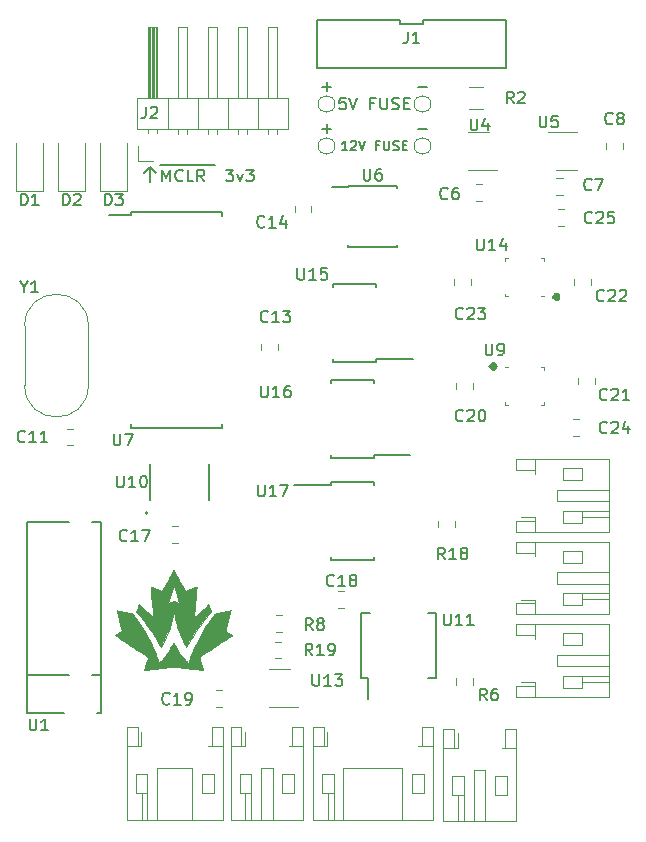
<source format=gto>
G04 #@! TF.GenerationSoftware,KiCad,Pcbnew,(5.0.0-3-g5ebb6b6)*
G04 #@! TF.CreationDate,2018-11-17T15:14:33-05:00*
G04 #@! TF.ProjectId,sensors,73656E736F72732E6B696361645F7063,rev?*
G04 #@! TF.SameCoordinates,Original*
G04 #@! TF.FileFunction,Legend,Top*
G04 #@! TF.FilePolarity,Positive*
%FSLAX46Y46*%
G04 Gerber Fmt 4.6, Leading zero omitted, Abs format (unit mm)*
G04 Created by KiCad (PCBNEW (5.0.0-3-g5ebb6b6)) date Saturday, November 17, 2018 at 03:14:33 PM*
%MOMM*%
%LPD*%
G01*
G04 APERTURE LIST*
%ADD10C,0.150000*%
%ADD11C,0.130000*%
%ADD12C,0.200000*%
%ADD13C,0.120000*%
%ADD14C,0.400000*%
%ADD15C,0.127000*%
%ADD16C,0.010000*%
G04 APERTURE END LIST*
D10*
X166243047Y-56459428D02*
X167004952Y-56459428D01*
X158115047Y-56459428D02*
X158876952Y-56459428D01*
X158496000Y-56840380D02*
X158496000Y-56078476D01*
X166243047Y-52903428D02*
X167004952Y-52903428D01*
X158115047Y-52903428D02*
X158876952Y-52903428D01*
X158496000Y-53284380D02*
X158496000Y-52522476D01*
D11*
X160255238Y-58273904D02*
X159798095Y-58273904D01*
X160026666Y-58273904D02*
X160026666Y-57473904D01*
X159950476Y-57588190D01*
X159874285Y-57664380D01*
X159798095Y-57702476D01*
X160560000Y-57550095D02*
X160598095Y-57512000D01*
X160674285Y-57473904D01*
X160864761Y-57473904D01*
X160940952Y-57512000D01*
X160979047Y-57550095D01*
X161017142Y-57626285D01*
X161017142Y-57702476D01*
X160979047Y-57816761D01*
X160521904Y-58273904D01*
X161017142Y-58273904D01*
X161245714Y-57473904D02*
X161512380Y-58273904D01*
X161779047Y-57473904D01*
X162921904Y-57854857D02*
X162655238Y-57854857D01*
X162655238Y-58273904D02*
X162655238Y-57473904D01*
X163036190Y-57473904D01*
X163340952Y-57473904D02*
X163340952Y-58121523D01*
X163379047Y-58197714D01*
X163417142Y-58235809D01*
X163493333Y-58273904D01*
X163645714Y-58273904D01*
X163721904Y-58235809D01*
X163760000Y-58197714D01*
X163798095Y-58121523D01*
X163798095Y-57473904D01*
X164140952Y-58235809D02*
X164255238Y-58273904D01*
X164445714Y-58273904D01*
X164521904Y-58235809D01*
X164560000Y-58197714D01*
X164598095Y-58121523D01*
X164598095Y-58045333D01*
X164560000Y-57969142D01*
X164521904Y-57931047D01*
X164445714Y-57892952D01*
X164293333Y-57854857D01*
X164217142Y-57816761D01*
X164179047Y-57778666D01*
X164140952Y-57702476D01*
X164140952Y-57626285D01*
X164179047Y-57550095D01*
X164217142Y-57512000D01*
X164293333Y-57473904D01*
X164483809Y-57473904D01*
X164598095Y-57512000D01*
X164940952Y-57854857D02*
X165207619Y-57854857D01*
X165321904Y-58273904D02*
X164940952Y-58273904D01*
X164940952Y-57473904D01*
X165321904Y-57473904D01*
D10*
X160107619Y-53808380D02*
X159631428Y-53808380D01*
X159583809Y-54284571D01*
X159631428Y-54236952D01*
X159726666Y-54189333D01*
X159964761Y-54189333D01*
X160060000Y-54236952D01*
X160107619Y-54284571D01*
X160155238Y-54379809D01*
X160155238Y-54617904D01*
X160107619Y-54713142D01*
X160060000Y-54760761D01*
X159964761Y-54808380D01*
X159726666Y-54808380D01*
X159631428Y-54760761D01*
X159583809Y-54713142D01*
X160440952Y-53808380D02*
X160774285Y-54808380D01*
X161107619Y-53808380D01*
X162536190Y-54284571D02*
X162202857Y-54284571D01*
X162202857Y-54808380D02*
X162202857Y-53808380D01*
X162679047Y-53808380D01*
X163060000Y-53808380D02*
X163060000Y-54617904D01*
X163107619Y-54713142D01*
X163155238Y-54760761D01*
X163250476Y-54808380D01*
X163440952Y-54808380D01*
X163536190Y-54760761D01*
X163583809Y-54713142D01*
X163631428Y-54617904D01*
X163631428Y-53808380D01*
X164060000Y-54760761D02*
X164202857Y-54808380D01*
X164440952Y-54808380D01*
X164536190Y-54760761D01*
X164583809Y-54713142D01*
X164631428Y-54617904D01*
X164631428Y-54522666D01*
X164583809Y-54427428D01*
X164536190Y-54379809D01*
X164440952Y-54332190D01*
X164250476Y-54284571D01*
X164155238Y-54236952D01*
X164107619Y-54189333D01*
X164060000Y-54094095D01*
X164060000Y-53998857D01*
X164107619Y-53903619D01*
X164155238Y-53856000D01*
X164250476Y-53808380D01*
X164488571Y-53808380D01*
X164631428Y-53856000D01*
X165060000Y-54284571D02*
X165393333Y-54284571D01*
X165536190Y-54808380D02*
X165060000Y-54808380D01*
X165060000Y-53808380D01*
X165536190Y-53808380D01*
D12*
X143510000Y-59690000D02*
X144018000Y-60198000D01*
X143002000Y-60198000D02*
X143510000Y-59690000D01*
X143510000Y-59690000D02*
X143002000Y-60198000D01*
X143510000Y-59690000D02*
X143510000Y-60960000D01*
D10*
X144369500Y-59537000D02*
X145512357Y-59537000D01*
X144607595Y-60904380D02*
X144607595Y-59904380D01*
X144940928Y-60618666D01*
X145274261Y-59904380D01*
X145274261Y-60904380D01*
X145512357Y-59537000D02*
X146512357Y-59537000D01*
X146321880Y-60809142D02*
X146274261Y-60856761D01*
X146131404Y-60904380D01*
X146036166Y-60904380D01*
X145893309Y-60856761D01*
X145798071Y-60761523D01*
X145750452Y-60666285D01*
X145702833Y-60475809D01*
X145702833Y-60332952D01*
X145750452Y-60142476D01*
X145798071Y-60047238D01*
X145893309Y-59952000D01*
X146036166Y-59904380D01*
X146131404Y-59904380D01*
X146274261Y-59952000D01*
X146321880Y-59999619D01*
X146512357Y-59537000D02*
X147321880Y-59537000D01*
X147226642Y-60904380D02*
X146750452Y-60904380D01*
X146750452Y-59904380D01*
X147321880Y-59537000D02*
X148321880Y-59537000D01*
X148131404Y-60904380D02*
X147798071Y-60428190D01*
X147559976Y-60904380D02*
X147559976Y-59904380D01*
X147940928Y-59904380D01*
X148036166Y-59952000D01*
X148083785Y-59999619D01*
X148131404Y-60094857D01*
X148131404Y-60237714D01*
X148083785Y-60332952D01*
X148036166Y-60380571D01*
X147940928Y-60428190D01*
X147559976Y-60428190D01*
X148321880Y-59537000D02*
X149083785Y-59537000D01*
X149988547Y-59904380D02*
X150607595Y-59904380D01*
X150274261Y-60285333D01*
X150417119Y-60285333D01*
X150512357Y-60332952D01*
X150559976Y-60380571D01*
X150607595Y-60475809D01*
X150607595Y-60713904D01*
X150559976Y-60809142D01*
X150512357Y-60856761D01*
X150417119Y-60904380D01*
X150131404Y-60904380D01*
X150036166Y-60856761D01*
X149988547Y-60809142D01*
X150940928Y-60237714D02*
X151179023Y-60904380D01*
X151417119Y-60237714D01*
X151702833Y-59904380D02*
X152321880Y-59904380D01*
X151988547Y-60285333D01*
X152131404Y-60285333D01*
X152226642Y-60332952D01*
X152274261Y-60380571D01*
X152321880Y-60475809D01*
X152321880Y-60713904D01*
X152274261Y-60809142D01*
X152226642Y-60856761D01*
X152131404Y-60904380D01*
X151845690Y-60904380D01*
X151750452Y-60856761D01*
X151702833Y-60809142D01*
G04 #@! TO.C,U16*
X162494000Y-84334000D02*
X162494000Y-84074000D01*
X158874000Y-84334000D02*
X158874000Y-84074000D01*
X158874000Y-77714000D02*
X158874000Y-77974000D01*
X162494000Y-77714000D02*
X162494000Y-77974000D01*
X162494000Y-84334000D02*
X158874000Y-84334000D01*
X162494000Y-77714000D02*
X158874000Y-77714000D01*
X162494000Y-84074000D02*
X165584000Y-84074000D01*
D13*
G04 #@! TO.C,C13*
X154380000Y-74677748D02*
X154380000Y-75200252D01*
X152960000Y-74677748D02*
X152960000Y-75200252D01*
D10*
G04 #@! TO.C,U7*
X141921000Y-63769000D02*
X140096000Y-63769000D01*
X141921000Y-81769000D02*
X149671000Y-81769000D01*
X141921000Y-63519000D02*
X149671000Y-63519000D01*
X141921000Y-81769000D02*
X141921000Y-81424000D01*
X149671000Y-81769000D02*
X149671000Y-81424000D01*
X149671000Y-63519000D02*
X149671000Y-63864000D01*
X141921000Y-63519000D02*
X141921000Y-63769000D01*
G04 #@! TO.C,U11*
X162050000Y-102962000D02*
X162050000Y-104712000D01*
X167805000Y-102962000D02*
X167805000Y-97462000D01*
X161395000Y-102962000D02*
X161395000Y-97462000D01*
X167805000Y-102962000D02*
X167055000Y-102962000D01*
X167805000Y-97462000D02*
X167055000Y-97462000D01*
X161395000Y-97462000D02*
X162145000Y-97462000D01*
X161395000Y-102962000D02*
X162050000Y-102962000D01*
D13*
G04 #@! TO.C,C25*
X178055748Y-63247200D02*
X178578252Y-63247200D01*
X178055748Y-64667200D02*
X178578252Y-64667200D01*
G04 #@! TO.C,U14*
X173900000Y-70647200D02*
X173650000Y-70647200D01*
X173650000Y-70647200D02*
X173650000Y-70397200D01*
X176620000Y-67427200D02*
X176870000Y-67427200D01*
X176870000Y-67427200D02*
X176870000Y-67677200D01*
X173900000Y-67427200D02*
X173650000Y-67427200D01*
X173650000Y-67427200D02*
X173650000Y-67677200D01*
X176620000Y-70647200D02*
X176870000Y-70647200D01*
D14*
X178106604Y-70688200D02*
G75*
G03X178106604Y-70688200I-179604J0D01*
G01*
D13*
G04 #@! TO.C,TP4*
X167324000Y-54356000D02*
G75*
G03X167324000Y-54356000I-700000J0D01*
G01*
G04 #@! TO.C,TP3*
X159196000Y-54356000D02*
G75*
G03X159196000Y-54356000I-700000J0D01*
G01*
G04 #@! TO.C,TP2*
X167324000Y-57912000D02*
G75*
G03X167324000Y-57912000I-700000J0D01*
G01*
G04 #@! TO.C,TP1*
X159196000Y-57912000D02*
G75*
G03X159196000Y-57912000I-700000J0D01*
G01*
G04 #@! TO.C,R2*
X170557436Y-52938000D02*
X171761564Y-52938000D01*
X170557436Y-54758000D02*
X171761564Y-54758000D01*
G04 #@! TO.C,C19*
X149132548Y-103988800D02*
X149655052Y-103988800D01*
X149132548Y-105408800D02*
X149655052Y-105408800D01*
G04 #@! TO.C,R19*
X154161748Y-99874000D02*
X154684252Y-99874000D01*
X154161748Y-101294000D02*
X154684252Y-101294000D01*
G04 #@! TO.C,U13*
X153604400Y-105409600D02*
X156054400Y-105409600D01*
X155404400Y-102189600D02*
X153604400Y-102189600D01*
G04 #@! TO.C,C6*
X171702252Y-61164400D02*
X171179748Y-61164400D01*
X171702252Y-62584400D02*
X171179748Y-62584400D01*
G04 #@! TO.C,C7*
X177954148Y-60605600D02*
X178476652Y-60605600D01*
X177954148Y-62025600D02*
X178476652Y-62025600D01*
G04 #@! TO.C,C8*
X182170000Y-57641748D02*
X182170000Y-58164252D01*
X183590000Y-57641748D02*
X183590000Y-58164252D01*
G04 #@! TO.C,C11*
X137031252Y-83260000D02*
X136508748Y-83260000D01*
X137031252Y-81840000D02*
X136508748Y-81840000D01*
G04 #@! TO.C,C14*
X157224800Y-63516252D02*
X157224800Y-62993748D01*
X155804800Y-63516252D02*
X155804800Y-62993748D01*
G04 #@! TO.C,C17*
X145921252Y-91515000D02*
X145398748Y-91515000D01*
X145921252Y-90095000D02*
X145398748Y-90095000D01*
G04 #@! TO.C,C18*
X159444948Y-97026800D02*
X159967452Y-97026800D01*
X159444948Y-95606800D02*
X159967452Y-95606800D01*
G04 #@! TO.C,C20*
X170890000Y-78484252D02*
X170890000Y-77961748D01*
X169470000Y-78484252D02*
X169470000Y-77961748D01*
G04 #@! TO.C,C21*
X179782400Y-78095852D02*
X179782400Y-77573348D01*
X181202400Y-78095852D02*
X181202400Y-77573348D01*
G04 #@! TO.C,C22*
X179477600Y-69173348D02*
X179477600Y-69695852D01*
X180897600Y-69173348D02*
X180897600Y-69695852D01*
G04 #@! TO.C,C23*
X170737600Y-69173348D02*
X170737600Y-69695852D01*
X169317600Y-69173348D02*
X169317600Y-69695852D01*
G04 #@! TO.C,C24*
X179376548Y-82447200D02*
X179899052Y-82447200D01*
X179376548Y-81027200D02*
X179899052Y-81027200D01*
G04 #@! TO.C,J4*
X151572000Y-108725000D02*
X151292000Y-108725000D01*
X151292000Y-108725000D02*
X151292000Y-107125000D01*
X151292000Y-107125000D02*
X150372000Y-107125000D01*
X150372000Y-107125000D02*
X150372000Y-114945000D01*
X150372000Y-114945000D02*
X156492000Y-114945000D01*
X156492000Y-114945000D02*
X156492000Y-107125000D01*
X156492000Y-107125000D02*
X155572000Y-107125000D01*
X155572000Y-107125000D02*
X155572000Y-108725000D01*
X155572000Y-108725000D02*
X155292000Y-108725000D01*
X152932000Y-114945000D02*
X152932000Y-110585000D01*
X152932000Y-110585000D02*
X153932000Y-110585000D01*
X153932000Y-110585000D02*
X153932000Y-114945000D01*
X150372000Y-108725000D02*
X151292000Y-108725000D01*
X156492000Y-108725000D02*
X155572000Y-108725000D01*
X151132000Y-111085000D02*
X151132000Y-112685000D01*
X151132000Y-112685000D02*
X152132000Y-112685000D01*
X152132000Y-112685000D02*
X152132000Y-111085000D01*
X152132000Y-111085000D02*
X151132000Y-111085000D01*
X155732000Y-111085000D02*
X155732000Y-112685000D01*
X155732000Y-112685000D02*
X154732000Y-112685000D01*
X154732000Y-112685000D02*
X154732000Y-111085000D01*
X154732000Y-111085000D02*
X155732000Y-111085000D01*
X152132000Y-112685000D02*
X152132000Y-114945000D01*
X151632000Y-112685000D02*
X151632000Y-114945000D01*
X151572000Y-108725000D02*
X151572000Y-107510000D01*
G04 #@! TO.C,J9*
X176166979Y-89358420D02*
X174951979Y-89358420D01*
X180126979Y-89298420D02*
X182386979Y-89298420D01*
X180126979Y-88798420D02*
X182386979Y-88798420D01*
X178526979Y-86198420D02*
X178526979Y-85198420D01*
X180126979Y-86198420D02*
X178526979Y-86198420D01*
X180126979Y-85198420D02*
X180126979Y-86198420D01*
X178526979Y-85198420D02*
X180126979Y-85198420D01*
X178526979Y-88798420D02*
X178526979Y-89798420D01*
X180126979Y-88798420D02*
X178526979Y-88798420D01*
X180126979Y-89798420D02*
X180126979Y-88798420D01*
X178526979Y-89798420D02*
X180126979Y-89798420D01*
X176166979Y-84438420D02*
X176166979Y-85358420D01*
X176166979Y-90558420D02*
X176166979Y-89638420D01*
X178026979Y-86998420D02*
X182386979Y-86998420D01*
X178026979Y-87998420D02*
X178026979Y-86998420D01*
X182386979Y-87998420D02*
X178026979Y-87998420D01*
X176166979Y-85358420D02*
X176166979Y-85638420D01*
X174566979Y-85358420D02*
X176166979Y-85358420D01*
X174566979Y-84438420D02*
X174566979Y-85358420D01*
X182386979Y-84438420D02*
X174566979Y-84438420D01*
X182386979Y-90558420D02*
X182386979Y-84438420D01*
X174566979Y-90558420D02*
X182386979Y-90558420D01*
X174566979Y-89638420D02*
X174566979Y-90558420D01*
X176166979Y-89638420D02*
X174566979Y-89638420D01*
X176166979Y-89358420D02*
X176166979Y-89638420D01*
G04 #@! TO.C,J6*
X169594580Y-108856979D02*
X169314580Y-108856979D01*
X169314580Y-108856979D02*
X169314580Y-107256979D01*
X169314580Y-107256979D02*
X168394580Y-107256979D01*
X168394580Y-107256979D02*
X168394580Y-115076979D01*
X168394580Y-115076979D02*
X174514580Y-115076979D01*
X174514580Y-115076979D02*
X174514580Y-107256979D01*
X174514580Y-107256979D02*
X173594580Y-107256979D01*
X173594580Y-107256979D02*
X173594580Y-108856979D01*
X173594580Y-108856979D02*
X173314580Y-108856979D01*
X170954580Y-115076979D02*
X170954580Y-110716979D01*
X170954580Y-110716979D02*
X171954580Y-110716979D01*
X171954580Y-110716979D02*
X171954580Y-115076979D01*
X168394580Y-108856979D02*
X169314580Y-108856979D01*
X174514580Y-108856979D02*
X173594580Y-108856979D01*
X169154580Y-111216979D02*
X169154580Y-112816979D01*
X169154580Y-112816979D02*
X170154580Y-112816979D01*
X170154580Y-112816979D02*
X170154580Y-111216979D01*
X170154580Y-111216979D02*
X169154580Y-111216979D01*
X173754580Y-111216979D02*
X173754580Y-112816979D01*
X173754580Y-112816979D02*
X172754580Y-112816979D01*
X172754580Y-112816979D02*
X172754580Y-111216979D01*
X172754580Y-111216979D02*
X173754580Y-111216979D01*
X170154580Y-112816979D02*
X170154580Y-115076979D01*
X169654580Y-112816979D02*
X169654580Y-115076979D01*
X169594580Y-108856979D02*
X169594580Y-107641979D01*
G04 #@! TO.C,J7*
X176166979Y-103328420D02*
X174951979Y-103328420D01*
X180126979Y-103268420D02*
X182386979Y-103268420D01*
X180126979Y-102768420D02*
X182386979Y-102768420D01*
X178526979Y-100168420D02*
X178526979Y-99168420D01*
X180126979Y-100168420D02*
X178526979Y-100168420D01*
X180126979Y-99168420D02*
X180126979Y-100168420D01*
X178526979Y-99168420D02*
X180126979Y-99168420D01*
X178526979Y-102768420D02*
X178526979Y-103768420D01*
X180126979Y-102768420D02*
X178526979Y-102768420D01*
X180126979Y-103768420D02*
X180126979Y-102768420D01*
X178526979Y-103768420D02*
X180126979Y-103768420D01*
X176166979Y-98408420D02*
X176166979Y-99328420D01*
X176166979Y-104528420D02*
X176166979Y-103608420D01*
X178026979Y-100968420D02*
X182386979Y-100968420D01*
X178026979Y-101968420D02*
X178026979Y-100968420D01*
X182386979Y-101968420D02*
X178026979Y-101968420D01*
X176166979Y-99328420D02*
X176166979Y-99608420D01*
X174566979Y-99328420D02*
X176166979Y-99328420D01*
X174566979Y-98408420D02*
X174566979Y-99328420D01*
X182386979Y-98408420D02*
X174566979Y-98408420D01*
X182386979Y-104528420D02*
X182386979Y-98408420D01*
X174566979Y-104528420D02*
X182386979Y-104528420D01*
X174566979Y-103608420D02*
X174566979Y-104528420D01*
X176166979Y-103608420D02*
X174566979Y-103608420D01*
X176166979Y-103328420D02*
X176166979Y-103608420D01*
G04 #@! TO.C,J8*
X176166979Y-96343420D02*
X176166979Y-96623420D01*
X176166979Y-96623420D02*
X174566979Y-96623420D01*
X174566979Y-96623420D02*
X174566979Y-97543420D01*
X174566979Y-97543420D02*
X182386979Y-97543420D01*
X182386979Y-97543420D02*
X182386979Y-91423420D01*
X182386979Y-91423420D02*
X174566979Y-91423420D01*
X174566979Y-91423420D02*
X174566979Y-92343420D01*
X174566979Y-92343420D02*
X176166979Y-92343420D01*
X176166979Y-92343420D02*
X176166979Y-92623420D01*
X182386979Y-94983420D02*
X178026979Y-94983420D01*
X178026979Y-94983420D02*
X178026979Y-93983420D01*
X178026979Y-93983420D02*
X182386979Y-93983420D01*
X176166979Y-97543420D02*
X176166979Y-96623420D01*
X176166979Y-91423420D02*
X176166979Y-92343420D01*
X178526979Y-96783420D02*
X180126979Y-96783420D01*
X180126979Y-96783420D02*
X180126979Y-95783420D01*
X180126979Y-95783420D02*
X178526979Y-95783420D01*
X178526979Y-95783420D02*
X178526979Y-96783420D01*
X178526979Y-92183420D02*
X180126979Y-92183420D01*
X180126979Y-92183420D02*
X180126979Y-93183420D01*
X180126979Y-93183420D02*
X178526979Y-93183420D01*
X178526979Y-93183420D02*
X178526979Y-92183420D01*
X180126979Y-95783420D02*
X182386979Y-95783420D01*
X180126979Y-96283420D02*
X182386979Y-96283420D01*
X176166979Y-96343420D02*
X174951979Y-96343420D01*
G04 #@! TO.C,J5*
X142777000Y-108725000D02*
X142497000Y-108725000D01*
X142497000Y-108725000D02*
X142497000Y-107125000D01*
X142497000Y-107125000D02*
X141577000Y-107125000D01*
X141577000Y-107125000D02*
X141577000Y-114945000D01*
X141577000Y-114945000D02*
X149697000Y-114945000D01*
X149697000Y-114945000D02*
X149697000Y-107125000D01*
X149697000Y-107125000D02*
X148777000Y-107125000D01*
X148777000Y-107125000D02*
X148777000Y-108725000D01*
X148777000Y-108725000D02*
X148497000Y-108725000D01*
X144137000Y-114945000D02*
X144137000Y-110585000D01*
X144137000Y-110585000D02*
X147137000Y-110585000D01*
X147137000Y-110585000D02*
X147137000Y-114945000D01*
X141577000Y-108725000D02*
X142497000Y-108725000D01*
X149697000Y-108725000D02*
X148777000Y-108725000D01*
X142337000Y-111085000D02*
X142337000Y-112685000D01*
X142337000Y-112685000D02*
X143337000Y-112685000D01*
X143337000Y-112685000D02*
X143337000Y-111085000D01*
X143337000Y-111085000D02*
X142337000Y-111085000D01*
X148937000Y-111085000D02*
X148937000Y-112685000D01*
X148937000Y-112685000D02*
X147937000Y-112685000D01*
X147937000Y-112685000D02*
X147937000Y-111085000D01*
X147937000Y-111085000D02*
X148937000Y-111085000D01*
X143337000Y-112685000D02*
X143337000Y-114945000D01*
X142837000Y-112685000D02*
X142837000Y-114945000D01*
X142777000Y-108725000D02*
X142777000Y-107510000D01*
G04 #@! TO.C,J3*
X158557000Y-108725000D02*
X158277000Y-108725000D01*
X158277000Y-108725000D02*
X158277000Y-107125000D01*
X158277000Y-107125000D02*
X157357000Y-107125000D01*
X157357000Y-107125000D02*
X157357000Y-114945000D01*
X157357000Y-114945000D02*
X167477000Y-114945000D01*
X167477000Y-114945000D02*
X167477000Y-107125000D01*
X167477000Y-107125000D02*
X166557000Y-107125000D01*
X166557000Y-107125000D02*
X166557000Y-108725000D01*
X166557000Y-108725000D02*
X166277000Y-108725000D01*
X159917000Y-114945000D02*
X159917000Y-110585000D01*
X159917000Y-110585000D02*
X164917000Y-110585000D01*
X164917000Y-110585000D02*
X164917000Y-114945000D01*
X157357000Y-108725000D02*
X158277000Y-108725000D01*
X167477000Y-108725000D02*
X166557000Y-108725000D01*
X158117000Y-111085000D02*
X158117000Y-112685000D01*
X158117000Y-112685000D02*
X159117000Y-112685000D01*
X159117000Y-112685000D02*
X159117000Y-111085000D01*
X159117000Y-111085000D02*
X158117000Y-111085000D01*
X166717000Y-111085000D02*
X166717000Y-112685000D01*
X166717000Y-112685000D02*
X165717000Y-112685000D01*
X165717000Y-112685000D02*
X165717000Y-111085000D01*
X165717000Y-111085000D02*
X166717000Y-111085000D01*
X159117000Y-112685000D02*
X159117000Y-114945000D01*
X158617000Y-112685000D02*
X158617000Y-114945000D01*
X158557000Y-108725000D02*
X158557000Y-107510000D01*
G04 #@! TO.C,J2*
X142434000Y-56472000D02*
X155254000Y-56472000D01*
X155254000Y-56472000D02*
X155254000Y-53812000D01*
X155254000Y-53812000D02*
X142434000Y-53812000D01*
X142434000Y-53812000D02*
X142434000Y-56472000D01*
X143384000Y-53812000D02*
X143384000Y-47812000D01*
X143384000Y-47812000D02*
X144144000Y-47812000D01*
X144144000Y-47812000D02*
X144144000Y-53812000D01*
X143444000Y-53812000D02*
X143444000Y-47812000D01*
X143564000Y-53812000D02*
X143564000Y-47812000D01*
X143684000Y-53812000D02*
X143684000Y-47812000D01*
X143804000Y-53812000D02*
X143804000Y-47812000D01*
X143924000Y-53812000D02*
X143924000Y-47812000D01*
X144044000Y-53812000D02*
X144044000Y-47812000D01*
X143384000Y-56802000D02*
X143384000Y-56472000D01*
X144144000Y-56802000D02*
X144144000Y-56472000D01*
X145034000Y-56472000D02*
X145034000Y-53812000D01*
X145924000Y-53812000D02*
X145924000Y-47812000D01*
X145924000Y-47812000D02*
X146684000Y-47812000D01*
X146684000Y-47812000D02*
X146684000Y-53812000D01*
X145924000Y-56869071D02*
X145924000Y-56472000D01*
X146684000Y-56869071D02*
X146684000Y-56472000D01*
X147574000Y-56472000D02*
X147574000Y-53812000D01*
X148464000Y-53812000D02*
X148464000Y-47812000D01*
X148464000Y-47812000D02*
X149224000Y-47812000D01*
X149224000Y-47812000D02*
X149224000Y-53812000D01*
X148464000Y-56869071D02*
X148464000Y-56472000D01*
X149224000Y-56869071D02*
X149224000Y-56472000D01*
X150114000Y-56472000D02*
X150114000Y-53812000D01*
X151004000Y-53812000D02*
X151004000Y-47812000D01*
X151004000Y-47812000D02*
X151764000Y-47812000D01*
X151764000Y-47812000D02*
X151764000Y-53812000D01*
X151004000Y-56869071D02*
X151004000Y-56472000D01*
X151764000Y-56869071D02*
X151764000Y-56472000D01*
X152654000Y-56472000D02*
X152654000Y-53812000D01*
X153544000Y-53812000D02*
X153544000Y-47812000D01*
X153544000Y-47812000D02*
X154304000Y-47812000D01*
X154304000Y-47812000D02*
X154304000Y-53812000D01*
X153544000Y-56869071D02*
X153544000Y-56472000D01*
X154304000Y-56869071D02*
X154304000Y-56472000D01*
X143764000Y-59182000D02*
X142494000Y-59182000D01*
X142494000Y-59182000D02*
X142494000Y-57912000D01*
G04 #@! TO.C,Y1*
X138336000Y-73152000D02*
X138336000Y-78152000D01*
X132936000Y-73152000D02*
X132936000Y-78152000D01*
X132936000Y-73152000D02*
G75*
G02X138336000Y-73152000I2700000J0D01*
G01*
X132936000Y-78152000D02*
G75*
G03X138336000Y-78152000I2700000J0D01*
G01*
D15*
G04 #@! TO.C,U10*
X143550000Y-87860000D02*
X143550000Y-84860000D01*
X148550000Y-87860000D02*
X148550000Y-84860000D01*
D12*
X143356000Y-88987000D02*
G75*
G03X143356000Y-88987000I-100000J0D01*
G01*
D10*
G04 #@! TO.C,U1*
X139369800Y-93980000D02*
X139369800Y-89855000D01*
X133172200Y-93853000D02*
X133172200Y-89855000D01*
X139368000Y-102680000D02*
X138668000Y-102680000D01*
X133168000Y-102680000D02*
X136668000Y-102680000D01*
X139368000Y-93980000D02*
X139368000Y-105940000D01*
X139368000Y-105942000D02*
X139068000Y-105942000D01*
X136468000Y-89765000D02*
X136668000Y-89765000D01*
X139368000Y-89765000D02*
X138668000Y-89765000D01*
X133168000Y-93880000D02*
X133168000Y-105940000D01*
X133168000Y-105942000D02*
X136268000Y-105942000D01*
X133168000Y-89765000D02*
X136568000Y-89765000D01*
G04 #@! TO.C,U6*
X160325000Y-61356000D02*
X158925000Y-61356000D01*
X160325000Y-66456000D02*
X164475000Y-66456000D01*
X160325000Y-61306000D02*
X164475000Y-61306000D01*
X160325000Y-66456000D02*
X160325000Y-66311000D01*
X164475000Y-66456000D02*
X164475000Y-66311000D01*
X164475000Y-61306000D02*
X164475000Y-61451000D01*
X160325000Y-61306000D02*
X160325000Y-61356000D01*
G04 #@! TO.C,U17*
X158874000Y-86610000D02*
X155784000Y-86610000D01*
X158874000Y-92970000D02*
X162494000Y-92970000D01*
X158874000Y-86350000D02*
X162494000Y-86350000D01*
X158874000Y-92970000D02*
X158874000Y-92710000D01*
X162494000Y-92970000D02*
X162494000Y-92710000D01*
X162494000Y-86350000D02*
X162494000Y-86610000D01*
X158874000Y-86350000D02*
X158874000Y-86610000D01*
G04 #@! TO.C,U15*
X162690000Y-75950000D02*
X165780000Y-75950000D01*
X162690000Y-69590000D02*
X159070000Y-69590000D01*
X162690000Y-76210000D02*
X159070000Y-76210000D01*
X162690000Y-69590000D02*
X162690000Y-69850000D01*
X159070000Y-69590000D02*
X159070000Y-69850000D01*
X159070000Y-76210000D02*
X159070000Y-75950000D01*
X162690000Y-76210000D02*
X162690000Y-75950000D01*
D13*
G04 #@! TO.C,D3*
X139327000Y-57618500D02*
X139327000Y-61678500D01*
X139327000Y-61678500D02*
X141597000Y-61678500D01*
X141597000Y-61678500D02*
X141597000Y-57618500D01*
G04 #@! TO.C,D2*
X138041000Y-61678500D02*
X138041000Y-57618500D01*
X135771000Y-61678500D02*
X138041000Y-61678500D01*
X135771000Y-57618500D02*
X135771000Y-61678500D01*
G04 #@! TO.C,D1*
X132215000Y-57618500D02*
X132215000Y-61678500D01*
X132215000Y-61678500D02*
X134485000Y-61678500D01*
X134485000Y-61678500D02*
X134485000Y-57618500D01*
G04 #@! TO.C,R6*
X170898000Y-102989748D02*
X170898000Y-103512252D01*
X169478000Y-102989748D02*
X169478000Y-103512252D01*
G04 #@! TO.C,R8*
X154702252Y-99058800D02*
X154179748Y-99058800D01*
X154702252Y-97638800D02*
X154179748Y-97638800D01*
G04 #@! TO.C,R18*
X167946000Y-90168252D02*
X167946000Y-89645748D01*
X169366000Y-90168252D02*
X169366000Y-89645748D01*
G04 #@! TO.C,U5*
X177886800Y-59943600D02*
X179686800Y-59943600D01*
X179686800Y-56723600D02*
X177236800Y-56723600D01*
G04 #@! TO.C,U4*
X170470000Y-59964000D02*
X172920000Y-59964000D01*
X172270000Y-56744000D02*
X170470000Y-56744000D01*
D14*
G04 #@! TO.C,U9*
X172772604Y-76581000D02*
G75*
G03X172772604Y-76581000I-179604J0D01*
G01*
D13*
X173900000Y-76622000D02*
X173650000Y-76622000D01*
X176870000Y-79842000D02*
X176870000Y-79592000D01*
X176620000Y-79842000D02*
X176870000Y-79842000D01*
X173650000Y-79842000D02*
X173650000Y-79592000D01*
X173900000Y-79842000D02*
X173650000Y-79842000D01*
X176870000Y-76622000D02*
X176870000Y-76872000D01*
X176620000Y-76622000D02*
X176870000Y-76622000D01*
D10*
G04 #@! TO.C,J1*
X173696000Y-47276000D02*
X166696000Y-47276000D01*
X166696000Y-47276000D02*
X166696000Y-47576000D01*
X166696000Y-47576000D02*
X164696000Y-47576000D01*
X164696000Y-47576000D02*
X164696000Y-47276000D01*
X164696000Y-47276000D02*
X157696000Y-47276000D01*
X157696000Y-47276000D02*
X157696000Y-51276000D01*
X157696000Y-51276000D02*
X173696000Y-51276000D01*
X173696000Y-51276000D02*
X173696000Y-47276000D01*
D16*
G04 #@! TO.C,G\002A\002A\002A*
G36*
X145557828Y-93839810D02*
X145579031Y-93874138D01*
X145611466Y-93928988D01*
X145654034Y-94002430D01*
X145705634Y-94092537D01*
X145765166Y-94197380D01*
X145831530Y-94315029D01*
X145903626Y-94443556D01*
X145980352Y-94581033D01*
X146046894Y-94700787D01*
X146126738Y-94844733D01*
X146202795Y-94981789D01*
X146273965Y-95109976D01*
X146339147Y-95227311D01*
X146397238Y-95331816D01*
X146447138Y-95421509D01*
X146487745Y-95494410D01*
X146517959Y-95548539D01*
X146536678Y-95581916D01*
X146542667Y-95592394D01*
X146551114Y-95595201D01*
X146570819Y-95591900D01*
X146603826Y-95581702D01*
X146652180Y-95563817D01*
X146717923Y-95537456D01*
X146803102Y-95501831D01*
X146909760Y-95456152D01*
X147023565Y-95406770D01*
X147130458Y-95360519D01*
X147229265Y-95318396D01*
X147317109Y-95281580D01*
X147391113Y-95251250D01*
X147448398Y-95228585D01*
X147486086Y-95214763D01*
X147501301Y-95210964D01*
X147501399Y-95211034D01*
X147501360Y-95225846D01*
X147498790Y-95266416D01*
X147493859Y-95330798D01*
X147486742Y-95417044D01*
X147477610Y-95523209D01*
X147466635Y-95647346D01*
X147453990Y-95787509D01*
X147439848Y-95941751D01*
X147424380Y-96108127D01*
X147407760Y-96284690D01*
X147390159Y-96469493D01*
X147387212Y-96500226D01*
X147369441Y-96686115D01*
X147352564Y-96864027D01*
X147336758Y-97032020D01*
X147322198Y-97188154D01*
X147309063Y-97330488D01*
X147297528Y-97457082D01*
X147287769Y-97565995D01*
X147279965Y-97655285D01*
X147274291Y-97723013D01*
X147270923Y-97767238D01*
X147270040Y-97786019D01*
X147270145Y-97786538D01*
X147281303Y-97778621D01*
X147311375Y-97753773D01*
X147358513Y-97713605D01*
X147420867Y-97659726D01*
X147496591Y-97593745D01*
X147583835Y-97517272D01*
X147680751Y-97431918D01*
X147785490Y-97339291D01*
X147878122Y-97257079D01*
X147988216Y-97159387D01*
X148092199Y-97067446D01*
X148188200Y-96982890D01*
X148274348Y-96907352D01*
X148348769Y-96842465D01*
X148409594Y-96789861D01*
X148454949Y-96751174D01*
X148482964Y-96728035D01*
X148491706Y-96721809D01*
X148495955Y-96724925D01*
X148502484Y-96735816D01*
X148512198Y-96756795D01*
X148526002Y-96790177D01*
X148544801Y-96838276D01*
X148569501Y-96903404D01*
X148601006Y-96987877D01*
X148640222Y-97094007D01*
X148685506Y-97217166D01*
X148726853Y-97329784D01*
X148608252Y-97466604D01*
X148455232Y-97647611D01*
X148294733Y-97845790D01*
X148129007Y-98057920D01*
X147960306Y-98280782D01*
X147790879Y-98511156D01*
X147622979Y-98745821D01*
X147458857Y-98981558D01*
X147300764Y-99215146D01*
X147150952Y-99443366D01*
X147011672Y-99662997D01*
X146885174Y-99870819D01*
X146773711Y-100063613D01*
X146706384Y-100186873D01*
X146630801Y-100329245D01*
X146584889Y-100262515D01*
X146497367Y-100125790D01*
X146406677Y-99966444D01*
X146314999Y-99789174D01*
X146224514Y-99598674D01*
X146137404Y-99399642D01*
X146055849Y-99196774D01*
X145982031Y-98994765D01*
X145945615Y-98886028D01*
X145879949Y-98671960D01*
X145814222Y-98436794D01*
X145750089Y-98187211D01*
X145689209Y-97929896D01*
X145633237Y-97671531D01*
X145589692Y-97450394D01*
X145550258Y-97239527D01*
X145478607Y-97596531D01*
X145399426Y-97968304D01*
X145316014Y-98314580D01*
X145227620Y-98637476D01*
X145133494Y-98939112D01*
X145032885Y-99221606D01*
X144925043Y-99487077D01*
X144809218Y-99737644D01*
X144684660Y-99975427D01*
X144562537Y-100183377D01*
X144529287Y-100236208D01*
X144500863Y-100279711D01*
X144480714Y-100308711D01*
X144472892Y-100317978D01*
X144462561Y-100309278D01*
X144443331Y-100280679D01*
X144418473Y-100237318D01*
X144403925Y-100209697D01*
X144323030Y-100058968D01*
X144225782Y-99890122D01*
X144114158Y-99705990D01*
X143990132Y-99509403D01*
X143855681Y-99303194D01*
X143712781Y-99090193D01*
X143563408Y-98873232D01*
X143409538Y-98655144D01*
X143253147Y-98438758D01*
X143096211Y-98226908D01*
X142940706Y-98022425D01*
X142788608Y-97828139D01*
X142641893Y-97646884D01*
X142502537Y-97481489D01*
X142489666Y-97466604D01*
X142371065Y-97329784D01*
X142412412Y-97217166D01*
X142459808Y-97088271D01*
X142498631Y-96983236D01*
X142529783Y-96899748D01*
X142554169Y-96835495D01*
X142572693Y-96788164D01*
X142586259Y-96755443D01*
X142595771Y-96735020D01*
X142602133Y-96724582D01*
X142606064Y-96721809D01*
X142618244Y-96730801D01*
X142649327Y-96756689D01*
X142697439Y-96797841D01*
X142760710Y-96852626D01*
X142837267Y-96919411D01*
X142925239Y-96996565D01*
X143022755Y-97082455D01*
X143127942Y-97175451D01*
X143219802Y-97256924D01*
X143329727Y-97354381D01*
X143433373Y-97445924D01*
X143528892Y-97529945D01*
X143614436Y-97604835D01*
X143688156Y-97668983D01*
X143748204Y-97720780D01*
X143792732Y-97758618D01*
X143819890Y-97780887D01*
X143827928Y-97786383D01*
X143827449Y-97772018D01*
X143824459Y-97731887D01*
X143819133Y-97667932D01*
X143811650Y-97582093D01*
X143802186Y-97476309D01*
X143790917Y-97352522D01*
X143778021Y-97212672D01*
X143763675Y-97058699D01*
X143748054Y-96892543D01*
X143731337Y-96716146D01*
X143729177Y-96693517D01*
X145043239Y-96693517D01*
X145048325Y-96695002D01*
X145068776Y-96679940D01*
X145100335Y-96651527D01*
X145104419Y-96647611D01*
X145153655Y-96606626D01*
X145214836Y-96564615D01*
X145270603Y-96532857D01*
X145394824Y-96485687D01*
X145520922Y-96465548D01*
X145646146Y-96472020D01*
X145767743Y-96504685D01*
X145882961Y-96563125D01*
X145982904Y-96641106D01*
X146018523Y-96672838D01*
X146043807Y-96692248D01*
X146054583Y-96696247D01*
X146054361Y-96693973D01*
X146048993Y-96677234D01*
X146036093Y-96636302D01*
X146016407Y-96573562D01*
X145990681Y-96491396D01*
X145959659Y-96392191D01*
X145924088Y-96278328D01*
X145884713Y-96152193D01*
X145842280Y-96016169D01*
X145799759Y-95879781D01*
X145755294Y-95737200D01*
X145713315Y-95602742D01*
X145674546Y-95478722D01*
X145639713Y-95367456D01*
X145609542Y-95271256D01*
X145584760Y-95192438D01*
X145566091Y-95133316D01*
X145554262Y-95096205D01*
X145550008Y-95083424D01*
X145545539Y-95095775D01*
X145533530Y-95132420D01*
X145514703Y-95191072D01*
X145489782Y-95269444D01*
X145459489Y-95365248D01*
X145424548Y-95476199D01*
X145385682Y-95600009D01*
X145343614Y-95734391D01*
X145299166Y-95876739D01*
X145254402Y-96020217D01*
X145211981Y-96156064D01*
X145172647Y-96281901D01*
X145137146Y-96395353D01*
X145106223Y-96494042D01*
X145080622Y-96575590D01*
X145061087Y-96637621D01*
X145048365Y-96677757D01*
X145043239Y-96693517D01*
X143729177Y-96693517D01*
X143713700Y-96531447D01*
X143710706Y-96500226D01*
X143692963Y-96314262D01*
X143676175Y-96136220D01*
X143660514Y-95968045D01*
X143646152Y-95811685D01*
X143633262Y-95669086D01*
X143622016Y-95542195D01*
X143612586Y-95432958D01*
X143605144Y-95343322D01*
X143599862Y-95275233D01*
X143596913Y-95230639D01*
X143596469Y-95211484D01*
X143596646Y-95210907D01*
X143610971Y-95214256D01*
X143647875Y-95227663D01*
X143704472Y-95249948D01*
X143777875Y-95279932D01*
X143865197Y-95316435D01*
X143963550Y-95358277D01*
X144070048Y-95404278D01*
X144072249Y-95405236D01*
X144178771Y-95451540D01*
X144277011Y-95494138D01*
X144364105Y-95531797D01*
X144437192Y-95563284D01*
X144493410Y-95587366D01*
X144529897Y-95602809D01*
X144543790Y-95608382D01*
X144543818Y-95608384D01*
X144551169Y-95596521D01*
X144570919Y-95562206D01*
X144602004Y-95507344D01*
X144643354Y-95433843D01*
X144693904Y-95343612D01*
X144752586Y-95238557D01*
X144818333Y-95120586D01*
X144890079Y-94991607D01*
X144966755Y-94853526D01*
X145041822Y-94718132D01*
X145122297Y-94573212D01*
X145199063Y-94435622D01*
X145271032Y-94307271D01*
X145337116Y-94190072D01*
X145396226Y-94085933D01*
X145447275Y-93996764D01*
X145489174Y-93924476D01*
X145520835Y-93870978D01*
X145541169Y-93838182D01*
X145548959Y-93827933D01*
X145557828Y-93839810D01*
X145557828Y-93839810D01*
G37*
X145557828Y-93839810D02*
X145579031Y-93874138D01*
X145611466Y-93928988D01*
X145654034Y-94002430D01*
X145705634Y-94092537D01*
X145765166Y-94197380D01*
X145831530Y-94315029D01*
X145903626Y-94443556D01*
X145980352Y-94581033D01*
X146046894Y-94700787D01*
X146126738Y-94844733D01*
X146202795Y-94981789D01*
X146273965Y-95109976D01*
X146339147Y-95227311D01*
X146397238Y-95331816D01*
X146447138Y-95421509D01*
X146487745Y-95494410D01*
X146517959Y-95548539D01*
X146536678Y-95581916D01*
X146542667Y-95592394D01*
X146551114Y-95595201D01*
X146570819Y-95591900D01*
X146603826Y-95581702D01*
X146652180Y-95563817D01*
X146717923Y-95537456D01*
X146803102Y-95501831D01*
X146909760Y-95456152D01*
X147023565Y-95406770D01*
X147130458Y-95360519D01*
X147229265Y-95318396D01*
X147317109Y-95281580D01*
X147391113Y-95251250D01*
X147448398Y-95228585D01*
X147486086Y-95214763D01*
X147501301Y-95210964D01*
X147501399Y-95211034D01*
X147501360Y-95225846D01*
X147498790Y-95266416D01*
X147493859Y-95330798D01*
X147486742Y-95417044D01*
X147477610Y-95523209D01*
X147466635Y-95647346D01*
X147453990Y-95787509D01*
X147439848Y-95941751D01*
X147424380Y-96108127D01*
X147407760Y-96284690D01*
X147390159Y-96469493D01*
X147387212Y-96500226D01*
X147369441Y-96686115D01*
X147352564Y-96864027D01*
X147336758Y-97032020D01*
X147322198Y-97188154D01*
X147309063Y-97330488D01*
X147297528Y-97457082D01*
X147287769Y-97565995D01*
X147279965Y-97655285D01*
X147274291Y-97723013D01*
X147270923Y-97767238D01*
X147270040Y-97786019D01*
X147270145Y-97786538D01*
X147281303Y-97778621D01*
X147311375Y-97753773D01*
X147358513Y-97713605D01*
X147420867Y-97659726D01*
X147496591Y-97593745D01*
X147583835Y-97517272D01*
X147680751Y-97431918D01*
X147785490Y-97339291D01*
X147878122Y-97257079D01*
X147988216Y-97159387D01*
X148092199Y-97067446D01*
X148188200Y-96982890D01*
X148274348Y-96907352D01*
X148348769Y-96842465D01*
X148409594Y-96789861D01*
X148454949Y-96751174D01*
X148482964Y-96728035D01*
X148491706Y-96721809D01*
X148495955Y-96724925D01*
X148502484Y-96735816D01*
X148512198Y-96756795D01*
X148526002Y-96790177D01*
X148544801Y-96838276D01*
X148569501Y-96903404D01*
X148601006Y-96987877D01*
X148640222Y-97094007D01*
X148685506Y-97217166D01*
X148726853Y-97329784D01*
X148608252Y-97466604D01*
X148455232Y-97647611D01*
X148294733Y-97845790D01*
X148129007Y-98057920D01*
X147960306Y-98280782D01*
X147790879Y-98511156D01*
X147622979Y-98745821D01*
X147458857Y-98981558D01*
X147300764Y-99215146D01*
X147150952Y-99443366D01*
X147011672Y-99662997D01*
X146885174Y-99870819D01*
X146773711Y-100063613D01*
X146706384Y-100186873D01*
X146630801Y-100329245D01*
X146584889Y-100262515D01*
X146497367Y-100125790D01*
X146406677Y-99966444D01*
X146314999Y-99789174D01*
X146224514Y-99598674D01*
X146137404Y-99399642D01*
X146055849Y-99196774D01*
X145982031Y-98994765D01*
X145945615Y-98886028D01*
X145879949Y-98671960D01*
X145814222Y-98436794D01*
X145750089Y-98187211D01*
X145689209Y-97929896D01*
X145633237Y-97671531D01*
X145589692Y-97450394D01*
X145550258Y-97239527D01*
X145478607Y-97596531D01*
X145399426Y-97968304D01*
X145316014Y-98314580D01*
X145227620Y-98637476D01*
X145133494Y-98939112D01*
X145032885Y-99221606D01*
X144925043Y-99487077D01*
X144809218Y-99737644D01*
X144684660Y-99975427D01*
X144562537Y-100183377D01*
X144529287Y-100236208D01*
X144500863Y-100279711D01*
X144480714Y-100308711D01*
X144472892Y-100317978D01*
X144462561Y-100309278D01*
X144443331Y-100280679D01*
X144418473Y-100237318D01*
X144403925Y-100209697D01*
X144323030Y-100058968D01*
X144225782Y-99890122D01*
X144114158Y-99705990D01*
X143990132Y-99509403D01*
X143855681Y-99303194D01*
X143712781Y-99090193D01*
X143563408Y-98873232D01*
X143409538Y-98655144D01*
X143253147Y-98438758D01*
X143096211Y-98226908D01*
X142940706Y-98022425D01*
X142788608Y-97828139D01*
X142641893Y-97646884D01*
X142502537Y-97481489D01*
X142489666Y-97466604D01*
X142371065Y-97329784D01*
X142412412Y-97217166D01*
X142459808Y-97088271D01*
X142498631Y-96983236D01*
X142529783Y-96899748D01*
X142554169Y-96835495D01*
X142572693Y-96788164D01*
X142586259Y-96755443D01*
X142595771Y-96735020D01*
X142602133Y-96724582D01*
X142606064Y-96721809D01*
X142618244Y-96730801D01*
X142649327Y-96756689D01*
X142697439Y-96797841D01*
X142760710Y-96852626D01*
X142837267Y-96919411D01*
X142925239Y-96996565D01*
X143022755Y-97082455D01*
X143127942Y-97175451D01*
X143219802Y-97256924D01*
X143329727Y-97354381D01*
X143433373Y-97445924D01*
X143528892Y-97529945D01*
X143614436Y-97604835D01*
X143688156Y-97668983D01*
X143748204Y-97720780D01*
X143792732Y-97758618D01*
X143819890Y-97780887D01*
X143827928Y-97786383D01*
X143827449Y-97772018D01*
X143824459Y-97731887D01*
X143819133Y-97667932D01*
X143811650Y-97582093D01*
X143802186Y-97476309D01*
X143790917Y-97352522D01*
X143778021Y-97212672D01*
X143763675Y-97058699D01*
X143748054Y-96892543D01*
X143731337Y-96716146D01*
X143729177Y-96693517D01*
X145043239Y-96693517D01*
X145048325Y-96695002D01*
X145068776Y-96679940D01*
X145100335Y-96651527D01*
X145104419Y-96647611D01*
X145153655Y-96606626D01*
X145214836Y-96564615D01*
X145270603Y-96532857D01*
X145394824Y-96485687D01*
X145520922Y-96465548D01*
X145646146Y-96472020D01*
X145767743Y-96504685D01*
X145882961Y-96563125D01*
X145982904Y-96641106D01*
X146018523Y-96672838D01*
X146043807Y-96692248D01*
X146054583Y-96696247D01*
X146054361Y-96693973D01*
X146048993Y-96677234D01*
X146036093Y-96636302D01*
X146016407Y-96573562D01*
X145990681Y-96491396D01*
X145959659Y-96392191D01*
X145924088Y-96278328D01*
X145884713Y-96152193D01*
X145842280Y-96016169D01*
X145799759Y-95879781D01*
X145755294Y-95737200D01*
X145713315Y-95602742D01*
X145674546Y-95478722D01*
X145639713Y-95367456D01*
X145609542Y-95271256D01*
X145584760Y-95192438D01*
X145566091Y-95133316D01*
X145554262Y-95096205D01*
X145550008Y-95083424D01*
X145545539Y-95095775D01*
X145533530Y-95132420D01*
X145514703Y-95191072D01*
X145489782Y-95269444D01*
X145459489Y-95365248D01*
X145424548Y-95476199D01*
X145385682Y-95600009D01*
X145343614Y-95734391D01*
X145299166Y-95876739D01*
X145254402Y-96020217D01*
X145211981Y-96156064D01*
X145172647Y-96281901D01*
X145137146Y-96395353D01*
X145106223Y-96494042D01*
X145080622Y-96575590D01*
X145061087Y-96637621D01*
X145048365Y-96677757D01*
X145043239Y-96693517D01*
X143729177Y-96693517D01*
X143713700Y-96531447D01*
X143710706Y-96500226D01*
X143692963Y-96314262D01*
X143676175Y-96136220D01*
X143660514Y-95968045D01*
X143646152Y-95811685D01*
X143633262Y-95669086D01*
X143622016Y-95542195D01*
X143612586Y-95432958D01*
X143605144Y-95343322D01*
X143599862Y-95275233D01*
X143596913Y-95230639D01*
X143596469Y-95211484D01*
X143596646Y-95210907D01*
X143610971Y-95214256D01*
X143647875Y-95227663D01*
X143704472Y-95249948D01*
X143777875Y-95279932D01*
X143865197Y-95316435D01*
X143963550Y-95358277D01*
X144070048Y-95404278D01*
X144072249Y-95405236D01*
X144178771Y-95451540D01*
X144277011Y-95494138D01*
X144364105Y-95531797D01*
X144437192Y-95563284D01*
X144493410Y-95587366D01*
X144529897Y-95602809D01*
X144543790Y-95608382D01*
X144543818Y-95608384D01*
X144551169Y-95596521D01*
X144570919Y-95562206D01*
X144602004Y-95507344D01*
X144643354Y-95433843D01*
X144693904Y-95343612D01*
X144752586Y-95238557D01*
X144818333Y-95120586D01*
X144890079Y-94991607D01*
X144966755Y-94853526D01*
X145041822Y-94718132D01*
X145122297Y-94573212D01*
X145199063Y-94435622D01*
X145271032Y-94307271D01*
X145337116Y-94190072D01*
X145396226Y-94085933D01*
X145447275Y-93996764D01*
X145489174Y-93924476D01*
X145520835Y-93870978D01*
X145541169Y-93838182D01*
X145548959Y-93827933D01*
X145557828Y-93839810D01*
G36*
X140743393Y-97231939D02*
X140782066Y-97238799D01*
X140842704Y-97250060D01*
X140922638Y-97265210D01*
X141019198Y-97283742D01*
X141129717Y-97305144D01*
X141251524Y-97328909D01*
X141381951Y-97354526D01*
X141384188Y-97354967D01*
X141545354Y-97386947D01*
X141680950Y-97414363D01*
X141792792Y-97437630D01*
X141882695Y-97457159D01*
X141952478Y-97473365D01*
X142003956Y-97486660D01*
X142038947Y-97497457D01*
X142059265Y-97506169D01*
X142064204Y-97509608D01*
X142089147Y-97536453D01*
X142127452Y-97583311D01*
X142176893Y-97647132D01*
X142235247Y-97724866D01*
X142300288Y-97813463D01*
X142369792Y-97909874D01*
X142441533Y-98011048D01*
X142513288Y-98113937D01*
X142582830Y-98215490D01*
X142626546Y-98280467D01*
X142833083Y-98598668D01*
X143035437Y-98927552D01*
X143231308Y-99262858D01*
X143418397Y-99600325D01*
X143594403Y-99935694D01*
X143757026Y-100264703D01*
X143903968Y-100583092D01*
X144031563Y-100883233D01*
X144063732Y-100965260D01*
X144098699Y-101058875D01*
X144134821Y-101159236D01*
X144170460Y-101261498D01*
X144203973Y-101360817D01*
X144233720Y-101452352D01*
X144258060Y-101531258D01*
X144275352Y-101592691D01*
X144282777Y-101624744D01*
X144291293Y-101658030D01*
X144300240Y-101675689D01*
X144302153Y-101676548D01*
X144315508Y-101666468D01*
X144344144Y-101638284D01*
X144385291Y-101595081D01*
X144436176Y-101539946D01*
X144494031Y-101475962D01*
X144556084Y-101406216D01*
X144619564Y-101333793D01*
X144681702Y-101261778D01*
X144739727Y-101193256D01*
X144782098Y-101142079D01*
X144911862Y-100978280D01*
X145031359Y-100816245D01*
X145144834Y-100649624D01*
X145256535Y-100472069D01*
X145370707Y-100277229D01*
X145423623Y-100182942D01*
X145463026Y-100113513D01*
X145498331Y-100054332D01*
X145527240Y-100009010D01*
X145547455Y-99981158D01*
X145556518Y-99974175D01*
X145567052Y-99990292D01*
X145587685Y-100025695D01*
X145615410Y-100075112D01*
X145646356Y-100131672D01*
X145800177Y-100403432D01*
X145956493Y-100653619D01*
X146119420Y-100888450D01*
X146293074Y-101114139D01*
X146314674Y-101140713D01*
X146367561Y-101204421D01*
X146426768Y-101274080D01*
X146489533Y-101346611D01*
X146553090Y-101418936D01*
X146614678Y-101487977D01*
X146671532Y-101550657D01*
X146720889Y-101603896D01*
X146759984Y-101644618D01*
X146786055Y-101669743D01*
X146795765Y-101676548D01*
X146804257Y-101664361D01*
X146813219Y-101634137D01*
X146815141Y-101624744D01*
X146825971Y-101579851D01*
X146845097Y-101513800D01*
X146870879Y-101431434D01*
X146901676Y-101337597D01*
X146935847Y-101237133D01*
X146971751Y-101134886D01*
X147007746Y-101035697D01*
X147042193Y-100944412D01*
X147066355Y-100883233D01*
X147192984Y-100585402D01*
X147337317Y-100272521D01*
X147497035Y-99948883D01*
X147669823Y-99618779D01*
X147853365Y-99286501D01*
X148045344Y-98956342D01*
X148243444Y-98632592D01*
X148445349Y-98319543D01*
X148469990Y-98282501D01*
X148536755Y-98183644D01*
X148607222Y-98081388D01*
X148679169Y-97978778D01*
X148750376Y-97878859D01*
X148818624Y-97784678D01*
X148881690Y-97699278D01*
X148937356Y-97625707D01*
X148983400Y-97567008D01*
X149017603Y-97526228D01*
X149033106Y-97510158D01*
X149047812Y-97502221D01*
X149077581Y-97492132D01*
X149124113Y-97479504D01*
X149189103Y-97463953D01*
X149274248Y-97445094D01*
X149381247Y-97422541D01*
X149511795Y-97395909D01*
X149667590Y-97364813D01*
X149713122Y-97355816D01*
X149843732Y-97330127D01*
X149965767Y-97306273D01*
X150076562Y-97284763D01*
X150173447Y-97266110D01*
X150253755Y-97250824D01*
X150314818Y-97239415D01*
X150353970Y-97232395D01*
X150368541Y-97230274D01*
X150368563Y-97230286D01*
X150365741Y-97243686D01*
X150356714Y-97281291D01*
X150342183Y-97340342D01*
X150322847Y-97418077D01*
X150299407Y-97511738D01*
X150272564Y-97618563D01*
X150243017Y-97735794D01*
X150211466Y-97860668D01*
X150178613Y-97990427D01*
X150145157Y-98122310D01*
X150111798Y-98253557D01*
X150079237Y-98381407D01*
X150048174Y-98503102D01*
X150019310Y-98615880D01*
X149993344Y-98716981D01*
X149970976Y-98803645D01*
X149952908Y-98873113D01*
X149939839Y-98922623D01*
X149932469Y-98949416D01*
X149932151Y-98950481D01*
X149935530Y-98961082D01*
X149952135Y-98977195D01*
X149984117Y-99000232D01*
X150033630Y-99031607D01*
X150102826Y-99072732D01*
X150193858Y-99125021D01*
X150224930Y-99142633D01*
X150307389Y-99189680D01*
X150381168Y-99232570D01*
X150442988Y-99269331D01*
X150489572Y-99297994D01*
X150517641Y-99316588D01*
X150524575Y-99322799D01*
X150513149Y-99331622D01*
X150479818Y-99354694D01*
X150426005Y-99391075D01*
X150353133Y-99439826D01*
X150262623Y-99500007D01*
X150155899Y-99570680D01*
X150034383Y-99650904D01*
X149899497Y-99739740D01*
X149752663Y-99836249D01*
X149595305Y-99939492D01*
X149428845Y-100048528D01*
X149254704Y-100162419D01*
X149119038Y-100251030D01*
X148940018Y-100368004D01*
X148767600Y-100480882D01*
X148603210Y-100588720D01*
X148448271Y-100690575D01*
X148304205Y-100785504D01*
X148172436Y-100872564D01*
X148054387Y-100950813D01*
X147951481Y-101019307D01*
X147865143Y-101077102D01*
X147796795Y-101123257D01*
X147747860Y-101156828D01*
X147719762Y-101176872D01*
X147713218Y-101182466D01*
X147717233Y-101198370D01*
X147728810Y-101237896D01*
X147747054Y-101298145D01*
X147771073Y-101376218D01*
X147799973Y-101469218D01*
X147832860Y-101574245D01*
X147868841Y-101688400D01*
X147881797Y-101729334D01*
X147918373Y-101845683D01*
X147951781Y-101953715D01*
X147981176Y-102050568D01*
X148005716Y-102133382D01*
X148024557Y-102199297D01*
X148036856Y-102245452D01*
X148041770Y-102268987D01*
X148041579Y-102271362D01*
X148026731Y-102271074D01*
X147986222Y-102267633D01*
X147922023Y-102261262D01*
X147836104Y-102252180D01*
X147730433Y-102240609D01*
X147606982Y-102226769D01*
X147467721Y-102210882D01*
X147314618Y-102193167D01*
X147149645Y-102173847D01*
X146974771Y-102153142D01*
X146791966Y-102131273D01*
X146790729Y-102131124D01*
X145548959Y-101981808D01*
X144332636Y-102128411D01*
X144151041Y-102150254D01*
X143976917Y-102171114D01*
X143812308Y-102190748D01*
X143659255Y-102208919D01*
X143519803Y-102225387D01*
X143395994Y-102239911D01*
X143289870Y-102252251D01*
X143203476Y-102262169D01*
X143138854Y-102269423D01*
X143098047Y-102273775D01*
X143083512Y-102275014D01*
X143058314Y-102270837D01*
X143050712Y-102263463D01*
X143054788Y-102248076D01*
X143066416Y-102209068D01*
X143084696Y-102149338D01*
X143108727Y-102071788D01*
X143137611Y-101979316D01*
X143170446Y-101874824D01*
X143206334Y-101761210D01*
X143217726Y-101725261D01*
X143254385Y-101609287D01*
X143288257Y-101501408D01*
X143318441Y-101404546D01*
X143344035Y-101321627D01*
X143364139Y-101255575D01*
X143377851Y-101209316D01*
X143384270Y-101185773D01*
X143384639Y-101183579D01*
X143373197Y-101174202D01*
X143339846Y-101150590D01*
X143286007Y-101113688D01*
X143213106Y-101064439D01*
X143122565Y-101003787D01*
X143015806Y-100932679D01*
X142894253Y-100852056D01*
X142759329Y-100762865D01*
X142612457Y-100666049D01*
X142455060Y-100562552D01*
X142288562Y-100453319D01*
X142114384Y-100339295D01*
X141978941Y-100250790D01*
X141799949Y-100133835D01*
X141627562Y-100021031D01*
X141463203Y-99913315D01*
X141308295Y-99811627D01*
X141164259Y-99716907D01*
X141032517Y-99630094D01*
X140914492Y-99552127D01*
X140811606Y-99483944D01*
X140725282Y-99426487D01*
X140656941Y-99380692D01*
X140608006Y-99347501D01*
X140579899Y-99327852D01*
X140573343Y-99322559D01*
X140584951Y-99313112D01*
X140617593Y-99292074D01*
X140667989Y-99261414D01*
X140732863Y-99223099D01*
X140808936Y-99179097D01*
X140872988Y-99142633D01*
X140970815Y-99086812D01*
X141046177Y-99042567D01*
X141101226Y-99008486D01*
X141138114Y-98983155D01*
X141158994Y-98965163D01*
X141166020Y-98953095D01*
X141165767Y-98950481D01*
X141158832Y-98925447D01*
X141146147Y-98877491D01*
X141128413Y-98809374D01*
X141106330Y-98723855D01*
X141080598Y-98623697D01*
X141051918Y-98511658D01*
X141020989Y-98390500D01*
X140988512Y-98262983D01*
X140955186Y-98131868D01*
X140921713Y-97999914D01*
X140888792Y-97869882D01*
X140857124Y-97744534D01*
X140827409Y-97626628D01*
X140800346Y-97518926D01*
X140776637Y-97424188D01*
X140756981Y-97345175D01*
X140742079Y-97284647D01*
X140732630Y-97245364D01*
X140729335Y-97230087D01*
X140729354Y-97229987D01*
X140743393Y-97231939D01*
X140743393Y-97231939D01*
G37*
X140743393Y-97231939D02*
X140782066Y-97238799D01*
X140842704Y-97250060D01*
X140922638Y-97265210D01*
X141019198Y-97283742D01*
X141129717Y-97305144D01*
X141251524Y-97328909D01*
X141381951Y-97354526D01*
X141384188Y-97354967D01*
X141545354Y-97386947D01*
X141680950Y-97414363D01*
X141792792Y-97437630D01*
X141882695Y-97457159D01*
X141952478Y-97473365D01*
X142003956Y-97486660D01*
X142038947Y-97497457D01*
X142059265Y-97506169D01*
X142064204Y-97509608D01*
X142089147Y-97536453D01*
X142127452Y-97583311D01*
X142176893Y-97647132D01*
X142235247Y-97724866D01*
X142300288Y-97813463D01*
X142369792Y-97909874D01*
X142441533Y-98011048D01*
X142513288Y-98113937D01*
X142582830Y-98215490D01*
X142626546Y-98280467D01*
X142833083Y-98598668D01*
X143035437Y-98927552D01*
X143231308Y-99262858D01*
X143418397Y-99600325D01*
X143594403Y-99935694D01*
X143757026Y-100264703D01*
X143903968Y-100583092D01*
X144031563Y-100883233D01*
X144063732Y-100965260D01*
X144098699Y-101058875D01*
X144134821Y-101159236D01*
X144170460Y-101261498D01*
X144203973Y-101360817D01*
X144233720Y-101452352D01*
X144258060Y-101531258D01*
X144275352Y-101592691D01*
X144282777Y-101624744D01*
X144291293Y-101658030D01*
X144300240Y-101675689D01*
X144302153Y-101676548D01*
X144315508Y-101666468D01*
X144344144Y-101638284D01*
X144385291Y-101595081D01*
X144436176Y-101539946D01*
X144494031Y-101475962D01*
X144556084Y-101406216D01*
X144619564Y-101333793D01*
X144681702Y-101261778D01*
X144739727Y-101193256D01*
X144782098Y-101142079D01*
X144911862Y-100978280D01*
X145031359Y-100816245D01*
X145144834Y-100649624D01*
X145256535Y-100472069D01*
X145370707Y-100277229D01*
X145423623Y-100182942D01*
X145463026Y-100113513D01*
X145498331Y-100054332D01*
X145527240Y-100009010D01*
X145547455Y-99981158D01*
X145556518Y-99974175D01*
X145567052Y-99990292D01*
X145587685Y-100025695D01*
X145615410Y-100075112D01*
X145646356Y-100131672D01*
X145800177Y-100403432D01*
X145956493Y-100653619D01*
X146119420Y-100888450D01*
X146293074Y-101114139D01*
X146314674Y-101140713D01*
X146367561Y-101204421D01*
X146426768Y-101274080D01*
X146489533Y-101346611D01*
X146553090Y-101418936D01*
X146614678Y-101487977D01*
X146671532Y-101550657D01*
X146720889Y-101603896D01*
X146759984Y-101644618D01*
X146786055Y-101669743D01*
X146795765Y-101676548D01*
X146804257Y-101664361D01*
X146813219Y-101634137D01*
X146815141Y-101624744D01*
X146825971Y-101579851D01*
X146845097Y-101513800D01*
X146870879Y-101431434D01*
X146901676Y-101337597D01*
X146935847Y-101237133D01*
X146971751Y-101134886D01*
X147007746Y-101035697D01*
X147042193Y-100944412D01*
X147066355Y-100883233D01*
X147192984Y-100585402D01*
X147337317Y-100272521D01*
X147497035Y-99948883D01*
X147669823Y-99618779D01*
X147853365Y-99286501D01*
X148045344Y-98956342D01*
X148243444Y-98632592D01*
X148445349Y-98319543D01*
X148469990Y-98282501D01*
X148536755Y-98183644D01*
X148607222Y-98081388D01*
X148679169Y-97978778D01*
X148750376Y-97878859D01*
X148818624Y-97784678D01*
X148881690Y-97699278D01*
X148937356Y-97625707D01*
X148983400Y-97567008D01*
X149017603Y-97526228D01*
X149033106Y-97510158D01*
X149047812Y-97502221D01*
X149077581Y-97492132D01*
X149124113Y-97479504D01*
X149189103Y-97463953D01*
X149274248Y-97445094D01*
X149381247Y-97422541D01*
X149511795Y-97395909D01*
X149667590Y-97364813D01*
X149713122Y-97355816D01*
X149843732Y-97330127D01*
X149965767Y-97306273D01*
X150076562Y-97284763D01*
X150173447Y-97266110D01*
X150253755Y-97250824D01*
X150314818Y-97239415D01*
X150353970Y-97232395D01*
X150368541Y-97230274D01*
X150368563Y-97230286D01*
X150365741Y-97243686D01*
X150356714Y-97281291D01*
X150342183Y-97340342D01*
X150322847Y-97418077D01*
X150299407Y-97511738D01*
X150272564Y-97618563D01*
X150243017Y-97735794D01*
X150211466Y-97860668D01*
X150178613Y-97990427D01*
X150145157Y-98122310D01*
X150111798Y-98253557D01*
X150079237Y-98381407D01*
X150048174Y-98503102D01*
X150019310Y-98615880D01*
X149993344Y-98716981D01*
X149970976Y-98803645D01*
X149952908Y-98873113D01*
X149939839Y-98922623D01*
X149932469Y-98949416D01*
X149932151Y-98950481D01*
X149935530Y-98961082D01*
X149952135Y-98977195D01*
X149984117Y-99000232D01*
X150033630Y-99031607D01*
X150102826Y-99072732D01*
X150193858Y-99125021D01*
X150224930Y-99142633D01*
X150307389Y-99189680D01*
X150381168Y-99232570D01*
X150442988Y-99269331D01*
X150489572Y-99297994D01*
X150517641Y-99316588D01*
X150524575Y-99322799D01*
X150513149Y-99331622D01*
X150479818Y-99354694D01*
X150426005Y-99391075D01*
X150353133Y-99439826D01*
X150262623Y-99500007D01*
X150155899Y-99570680D01*
X150034383Y-99650904D01*
X149899497Y-99739740D01*
X149752663Y-99836249D01*
X149595305Y-99939492D01*
X149428845Y-100048528D01*
X149254704Y-100162419D01*
X149119038Y-100251030D01*
X148940018Y-100368004D01*
X148767600Y-100480882D01*
X148603210Y-100588720D01*
X148448271Y-100690575D01*
X148304205Y-100785504D01*
X148172436Y-100872564D01*
X148054387Y-100950813D01*
X147951481Y-101019307D01*
X147865143Y-101077102D01*
X147796795Y-101123257D01*
X147747860Y-101156828D01*
X147719762Y-101176872D01*
X147713218Y-101182466D01*
X147717233Y-101198370D01*
X147728810Y-101237896D01*
X147747054Y-101298145D01*
X147771073Y-101376218D01*
X147799973Y-101469218D01*
X147832860Y-101574245D01*
X147868841Y-101688400D01*
X147881797Y-101729334D01*
X147918373Y-101845683D01*
X147951781Y-101953715D01*
X147981176Y-102050568D01*
X148005716Y-102133382D01*
X148024557Y-102199297D01*
X148036856Y-102245452D01*
X148041770Y-102268987D01*
X148041579Y-102271362D01*
X148026731Y-102271074D01*
X147986222Y-102267633D01*
X147922023Y-102261262D01*
X147836104Y-102252180D01*
X147730433Y-102240609D01*
X147606982Y-102226769D01*
X147467721Y-102210882D01*
X147314618Y-102193167D01*
X147149645Y-102173847D01*
X146974771Y-102153142D01*
X146791966Y-102131273D01*
X146790729Y-102131124D01*
X145548959Y-101981808D01*
X144332636Y-102128411D01*
X144151041Y-102150254D01*
X143976917Y-102171114D01*
X143812308Y-102190748D01*
X143659255Y-102208919D01*
X143519803Y-102225387D01*
X143395994Y-102239911D01*
X143289870Y-102252251D01*
X143203476Y-102262169D01*
X143138854Y-102269423D01*
X143098047Y-102273775D01*
X143083512Y-102275014D01*
X143058314Y-102270837D01*
X143050712Y-102263463D01*
X143054788Y-102248076D01*
X143066416Y-102209068D01*
X143084696Y-102149338D01*
X143108727Y-102071788D01*
X143137611Y-101979316D01*
X143170446Y-101874824D01*
X143206334Y-101761210D01*
X143217726Y-101725261D01*
X143254385Y-101609287D01*
X143288257Y-101501408D01*
X143318441Y-101404546D01*
X143344035Y-101321627D01*
X143364139Y-101255575D01*
X143377851Y-101209316D01*
X143384270Y-101185773D01*
X143384639Y-101183579D01*
X143373197Y-101174202D01*
X143339846Y-101150590D01*
X143286007Y-101113688D01*
X143213106Y-101064439D01*
X143122565Y-101003787D01*
X143015806Y-100932679D01*
X142894253Y-100852056D01*
X142759329Y-100762865D01*
X142612457Y-100666049D01*
X142455060Y-100562552D01*
X142288562Y-100453319D01*
X142114384Y-100339295D01*
X141978941Y-100250790D01*
X141799949Y-100133835D01*
X141627562Y-100021031D01*
X141463203Y-99913315D01*
X141308295Y-99811627D01*
X141164259Y-99716907D01*
X141032517Y-99630094D01*
X140914492Y-99552127D01*
X140811606Y-99483944D01*
X140725282Y-99426487D01*
X140656941Y-99380692D01*
X140608006Y-99347501D01*
X140579899Y-99327852D01*
X140573343Y-99322559D01*
X140584951Y-99313112D01*
X140617593Y-99292074D01*
X140667989Y-99261414D01*
X140732863Y-99223099D01*
X140808936Y-99179097D01*
X140872988Y-99142633D01*
X140970815Y-99086812D01*
X141046177Y-99042567D01*
X141101226Y-99008486D01*
X141138114Y-98983155D01*
X141158994Y-98965163D01*
X141166020Y-98953095D01*
X141165767Y-98950481D01*
X141158832Y-98925447D01*
X141146147Y-98877491D01*
X141128413Y-98809374D01*
X141106330Y-98723855D01*
X141080598Y-98623697D01*
X141051918Y-98511658D01*
X141020989Y-98390500D01*
X140988512Y-98262983D01*
X140955186Y-98131868D01*
X140921713Y-97999914D01*
X140888792Y-97869882D01*
X140857124Y-97744534D01*
X140827409Y-97626628D01*
X140800346Y-97518926D01*
X140776637Y-97424188D01*
X140756981Y-97345175D01*
X140742079Y-97284647D01*
X140732630Y-97245364D01*
X140729335Y-97230087D01*
X140729354Y-97229987D01*
X140743393Y-97231939D01*
G04 #@! TO.C,U16*
D10*
X152939904Y-78192380D02*
X152939904Y-79001904D01*
X152987523Y-79097142D01*
X153035142Y-79144761D01*
X153130380Y-79192380D01*
X153320857Y-79192380D01*
X153416095Y-79144761D01*
X153463714Y-79097142D01*
X153511333Y-79001904D01*
X153511333Y-78192380D01*
X154511333Y-79192380D02*
X153939904Y-79192380D01*
X154225619Y-79192380D02*
X154225619Y-78192380D01*
X154130380Y-78335238D01*
X154035142Y-78430476D01*
X153939904Y-78478095D01*
X155368476Y-78192380D02*
X155178000Y-78192380D01*
X155082761Y-78240000D01*
X155035142Y-78287619D01*
X154939904Y-78430476D01*
X154892285Y-78620952D01*
X154892285Y-79001904D01*
X154939904Y-79097142D01*
X154987523Y-79144761D01*
X155082761Y-79192380D01*
X155273238Y-79192380D01*
X155368476Y-79144761D01*
X155416095Y-79097142D01*
X155463714Y-79001904D01*
X155463714Y-78763809D01*
X155416095Y-78668571D01*
X155368476Y-78620952D01*
X155273238Y-78573333D01*
X155082761Y-78573333D01*
X154987523Y-78620952D01*
X154939904Y-78668571D01*
X154892285Y-78763809D01*
G04 #@! TO.C,C13*
X153535142Y-72747142D02*
X153487523Y-72794761D01*
X153344666Y-72842380D01*
X153249428Y-72842380D01*
X153106571Y-72794761D01*
X153011333Y-72699523D01*
X152963714Y-72604285D01*
X152916095Y-72413809D01*
X152916095Y-72270952D01*
X152963714Y-72080476D01*
X153011333Y-71985238D01*
X153106571Y-71890000D01*
X153249428Y-71842380D01*
X153344666Y-71842380D01*
X153487523Y-71890000D01*
X153535142Y-71937619D01*
X154487523Y-72842380D02*
X153916095Y-72842380D01*
X154201809Y-72842380D02*
X154201809Y-71842380D01*
X154106571Y-71985238D01*
X154011333Y-72080476D01*
X153916095Y-72128095D01*
X154820857Y-71842380D02*
X155439904Y-71842380D01*
X155106571Y-72223333D01*
X155249428Y-72223333D01*
X155344666Y-72270952D01*
X155392285Y-72318571D01*
X155439904Y-72413809D01*
X155439904Y-72651904D01*
X155392285Y-72747142D01*
X155344666Y-72794761D01*
X155249428Y-72842380D01*
X154963714Y-72842380D01*
X154868476Y-72794761D01*
X154820857Y-72747142D01*
G04 #@! TO.C,U7*
X140462095Y-82256380D02*
X140462095Y-83065904D01*
X140509714Y-83161142D01*
X140557333Y-83208761D01*
X140652571Y-83256380D01*
X140843047Y-83256380D01*
X140938285Y-83208761D01*
X140985904Y-83161142D01*
X141033523Y-83065904D01*
X141033523Y-82256380D01*
X141414476Y-82256380D02*
X142081142Y-82256380D01*
X141652571Y-83256380D01*
G04 #@! TO.C,U11*
X168433904Y-97496380D02*
X168433904Y-98305904D01*
X168481523Y-98401142D01*
X168529142Y-98448761D01*
X168624380Y-98496380D01*
X168814857Y-98496380D01*
X168910095Y-98448761D01*
X168957714Y-98401142D01*
X169005333Y-98305904D01*
X169005333Y-97496380D01*
X170005333Y-98496380D02*
X169433904Y-98496380D01*
X169719619Y-98496380D02*
X169719619Y-97496380D01*
X169624380Y-97639238D01*
X169529142Y-97734476D01*
X169433904Y-97782095D01*
X170957714Y-98496380D02*
X170386285Y-98496380D01*
X170672000Y-98496380D02*
X170672000Y-97496380D01*
X170576761Y-97639238D01*
X170481523Y-97734476D01*
X170386285Y-97782095D01*
G04 #@! TO.C,C25*
X180967142Y-64365142D02*
X180919523Y-64412761D01*
X180776666Y-64460380D01*
X180681428Y-64460380D01*
X180538571Y-64412761D01*
X180443333Y-64317523D01*
X180395714Y-64222285D01*
X180348095Y-64031809D01*
X180348095Y-63888952D01*
X180395714Y-63698476D01*
X180443333Y-63603238D01*
X180538571Y-63508000D01*
X180681428Y-63460380D01*
X180776666Y-63460380D01*
X180919523Y-63508000D01*
X180967142Y-63555619D01*
X181348095Y-63555619D02*
X181395714Y-63508000D01*
X181490952Y-63460380D01*
X181729047Y-63460380D01*
X181824285Y-63508000D01*
X181871904Y-63555619D01*
X181919523Y-63650857D01*
X181919523Y-63746095D01*
X181871904Y-63888952D01*
X181300476Y-64460380D01*
X181919523Y-64460380D01*
X182824285Y-63460380D02*
X182348095Y-63460380D01*
X182300476Y-63936571D01*
X182348095Y-63888952D01*
X182443333Y-63841333D01*
X182681428Y-63841333D01*
X182776666Y-63888952D01*
X182824285Y-63936571D01*
X182871904Y-64031809D01*
X182871904Y-64269904D01*
X182824285Y-64365142D01*
X182776666Y-64412761D01*
X182681428Y-64460380D01*
X182443333Y-64460380D01*
X182348095Y-64412761D01*
X182300476Y-64365142D01*
G04 #@! TO.C,U14*
X171227904Y-65746380D02*
X171227904Y-66555904D01*
X171275523Y-66651142D01*
X171323142Y-66698761D01*
X171418380Y-66746380D01*
X171608857Y-66746380D01*
X171704095Y-66698761D01*
X171751714Y-66651142D01*
X171799333Y-66555904D01*
X171799333Y-65746380D01*
X172799333Y-66746380D02*
X172227904Y-66746380D01*
X172513619Y-66746380D02*
X172513619Y-65746380D01*
X172418380Y-65889238D01*
X172323142Y-65984476D01*
X172227904Y-66032095D01*
X173656476Y-66079714D02*
X173656476Y-66746380D01*
X173418380Y-65698761D02*
X173180285Y-66413047D01*
X173799333Y-66413047D01*
G04 #@! TO.C,R2*
X174331333Y-54300380D02*
X173998000Y-53824190D01*
X173759904Y-54300380D02*
X173759904Y-53300380D01*
X174140857Y-53300380D01*
X174236095Y-53348000D01*
X174283714Y-53395619D01*
X174331333Y-53490857D01*
X174331333Y-53633714D01*
X174283714Y-53728952D01*
X174236095Y-53776571D01*
X174140857Y-53824190D01*
X173759904Y-53824190D01*
X174712285Y-53395619D02*
X174759904Y-53348000D01*
X174855142Y-53300380D01*
X175093238Y-53300380D01*
X175188476Y-53348000D01*
X175236095Y-53395619D01*
X175283714Y-53490857D01*
X175283714Y-53586095D01*
X175236095Y-53728952D01*
X174664666Y-54300380D01*
X175283714Y-54300380D01*
G04 #@! TO.C,C19*
X145203942Y-105106742D02*
X145156323Y-105154361D01*
X145013466Y-105201980D01*
X144918228Y-105201980D01*
X144775371Y-105154361D01*
X144680133Y-105059123D01*
X144632514Y-104963885D01*
X144584895Y-104773409D01*
X144584895Y-104630552D01*
X144632514Y-104440076D01*
X144680133Y-104344838D01*
X144775371Y-104249600D01*
X144918228Y-104201980D01*
X145013466Y-104201980D01*
X145156323Y-104249600D01*
X145203942Y-104297219D01*
X146156323Y-105201980D02*
X145584895Y-105201980D01*
X145870609Y-105201980D02*
X145870609Y-104201980D01*
X145775371Y-104344838D01*
X145680133Y-104440076D01*
X145584895Y-104487695D01*
X146632514Y-105201980D02*
X146822990Y-105201980D01*
X146918228Y-105154361D01*
X146965847Y-105106742D01*
X147061085Y-104963885D01*
X147108704Y-104773409D01*
X147108704Y-104392457D01*
X147061085Y-104297219D01*
X147013466Y-104249600D01*
X146918228Y-104201980D01*
X146727752Y-104201980D01*
X146632514Y-104249600D01*
X146584895Y-104297219D01*
X146537276Y-104392457D01*
X146537276Y-104630552D01*
X146584895Y-104725790D01*
X146632514Y-104773409D01*
X146727752Y-104821028D01*
X146918228Y-104821028D01*
X147013466Y-104773409D01*
X147061085Y-104725790D01*
X147108704Y-104630552D01*
G04 #@! TO.C,R19*
X157294342Y-101036380D02*
X156961009Y-100560190D01*
X156722914Y-101036380D02*
X156722914Y-100036380D01*
X157103866Y-100036380D01*
X157199104Y-100084000D01*
X157246723Y-100131619D01*
X157294342Y-100226857D01*
X157294342Y-100369714D01*
X157246723Y-100464952D01*
X157199104Y-100512571D01*
X157103866Y-100560190D01*
X156722914Y-100560190D01*
X158246723Y-101036380D02*
X157675295Y-101036380D01*
X157961009Y-101036380D02*
X157961009Y-100036380D01*
X157865771Y-100179238D01*
X157770533Y-100274476D01*
X157675295Y-100322095D01*
X158722914Y-101036380D02*
X158913390Y-101036380D01*
X159008628Y-100988761D01*
X159056247Y-100941142D01*
X159151485Y-100798285D01*
X159199104Y-100607809D01*
X159199104Y-100226857D01*
X159151485Y-100131619D01*
X159103866Y-100084000D01*
X159008628Y-100036380D01*
X158818152Y-100036380D01*
X158722914Y-100084000D01*
X158675295Y-100131619D01*
X158627676Y-100226857D01*
X158627676Y-100464952D01*
X158675295Y-100560190D01*
X158722914Y-100607809D01*
X158818152Y-100655428D01*
X159008628Y-100655428D01*
X159103866Y-100607809D01*
X159151485Y-100560190D01*
X159199104Y-100464952D01*
G04 #@! TO.C,U13*
X157308704Y-102627180D02*
X157308704Y-103436704D01*
X157356323Y-103531942D01*
X157403942Y-103579561D01*
X157499180Y-103627180D01*
X157689657Y-103627180D01*
X157784895Y-103579561D01*
X157832514Y-103531942D01*
X157880133Y-103436704D01*
X157880133Y-102627180D01*
X158880133Y-103627180D02*
X158308704Y-103627180D01*
X158594419Y-103627180D02*
X158594419Y-102627180D01*
X158499180Y-102770038D01*
X158403942Y-102865276D01*
X158308704Y-102912895D01*
X159213466Y-102627180D02*
X159832514Y-102627180D01*
X159499180Y-103008133D01*
X159642038Y-103008133D01*
X159737276Y-103055752D01*
X159784895Y-103103371D01*
X159832514Y-103198609D01*
X159832514Y-103436704D01*
X159784895Y-103531942D01*
X159737276Y-103579561D01*
X159642038Y-103627180D01*
X159356323Y-103627180D01*
X159261085Y-103579561D01*
X159213466Y-103531942D01*
G04 #@! TO.C,C6*
X168743333Y-62333142D02*
X168695714Y-62380761D01*
X168552857Y-62428380D01*
X168457619Y-62428380D01*
X168314761Y-62380761D01*
X168219523Y-62285523D01*
X168171904Y-62190285D01*
X168124285Y-61999809D01*
X168124285Y-61856952D01*
X168171904Y-61666476D01*
X168219523Y-61571238D01*
X168314761Y-61476000D01*
X168457619Y-61428380D01*
X168552857Y-61428380D01*
X168695714Y-61476000D01*
X168743333Y-61523619D01*
X169600476Y-61428380D02*
X169410000Y-61428380D01*
X169314761Y-61476000D01*
X169267142Y-61523619D01*
X169171904Y-61666476D01*
X169124285Y-61856952D01*
X169124285Y-62237904D01*
X169171904Y-62333142D01*
X169219523Y-62380761D01*
X169314761Y-62428380D01*
X169505238Y-62428380D01*
X169600476Y-62380761D01*
X169648095Y-62333142D01*
X169695714Y-62237904D01*
X169695714Y-61999809D01*
X169648095Y-61904571D01*
X169600476Y-61856952D01*
X169505238Y-61809333D01*
X169314761Y-61809333D01*
X169219523Y-61856952D01*
X169171904Y-61904571D01*
X169124285Y-61999809D01*
G04 #@! TO.C,C7*
X180935333Y-61571142D02*
X180887714Y-61618761D01*
X180744857Y-61666380D01*
X180649619Y-61666380D01*
X180506761Y-61618761D01*
X180411523Y-61523523D01*
X180363904Y-61428285D01*
X180316285Y-61237809D01*
X180316285Y-61094952D01*
X180363904Y-60904476D01*
X180411523Y-60809238D01*
X180506761Y-60714000D01*
X180649619Y-60666380D01*
X180744857Y-60666380D01*
X180887714Y-60714000D01*
X180935333Y-60761619D01*
X181268666Y-60666380D02*
X181935333Y-60666380D01*
X181506761Y-61666380D01*
G04 #@! TO.C,C8*
X182713333Y-55983142D02*
X182665714Y-56030761D01*
X182522857Y-56078380D01*
X182427619Y-56078380D01*
X182284761Y-56030761D01*
X182189523Y-55935523D01*
X182141904Y-55840285D01*
X182094285Y-55649809D01*
X182094285Y-55506952D01*
X182141904Y-55316476D01*
X182189523Y-55221238D01*
X182284761Y-55126000D01*
X182427619Y-55078380D01*
X182522857Y-55078380D01*
X182665714Y-55126000D01*
X182713333Y-55173619D01*
X183284761Y-55506952D02*
X183189523Y-55459333D01*
X183141904Y-55411714D01*
X183094285Y-55316476D01*
X183094285Y-55268857D01*
X183141904Y-55173619D01*
X183189523Y-55126000D01*
X183284761Y-55078380D01*
X183475238Y-55078380D01*
X183570476Y-55126000D01*
X183618095Y-55173619D01*
X183665714Y-55268857D01*
X183665714Y-55316476D01*
X183618095Y-55411714D01*
X183570476Y-55459333D01*
X183475238Y-55506952D01*
X183284761Y-55506952D01*
X183189523Y-55554571D01*
X183141904Y-55602190D01*
X183094285Y-55697428D01*
X183094285Y-55887904D01*
X183141904Y-55983142D01*
X183189523Y-56030761D01*
X183284761Y-56078380D01*
X183475238Y-56078380D01*
X183570476Y-56030761D01*
X183618095Y-55983142D01*
X183665714Y-55887904D01*
X183665714Y-55697428D01*
X183618095Y-55602190D01*
X183570476Y-55554571D01*
X183475238Y-55506952D01*
G04 #@! TO.C,C11*
X132961142Y-82907142D02*
X132913523Y-82954761D01*
X132770666Y-83002380D01*
X132675428Y-83002380D01*
X132532571Y-82954761D01*
X132437333Y-82859523D01*
X132389714Y-82764285D01*
X132342095Y-82573809D01*
X132342095Y-82430952D01*
X132389714Y-82240476D01*
X132437333Y-82145238D01*
X132532571Y-82050000D01*
X132675428Y-82002380D01*
X132770666Y-82002380D01*
X132913523Y-82050000D01*
X132961142Y-82097619D01*
X133913523Y-83002380D02*
X133342095Y-83002380D01*
X133627809Y-83002380D02*
X133627809Y-82002380D01*
X133532571Y-82145238D01*
X133437333Y-82240476D01*
X133342095Y-82288095D01*
X134865904Y-83002380D02*
X134294476Y-83002380D01*
X134580190Y-83002380D02*
X134580190Y-82002380D01*
X134484952Y-82145238D01*
X134389714Y-82240476D01*
X134294476Y-82288095D01*
G04 #@! TO.C,C14*
X153230342Y-64720742D02*
X153182723Y-64768361D01*
X153039866Y-64815980D01*
X152944628Y-64815980D01*
X152801771Y-64768361D01*
X152706533Y-64673123D01*
X152658914Y-64577885D01*
X152611295Y-64387409D01*
X152611295Y-64244552D01*
X152658914Y-64054076D01*
X152706533Y-63958838D01*
X152801771Y-63863600D01*
X152944628Y-63815980D01*
X153039866Y-63815980D01*
X153182723Y-63863600D01*
X153230342Y-63911219D01*
X154182723Y-64815980D02*
X153611295Y-64815980D01*
X153897009Y-64815980D02*
X153897009Y-63815980D01*
X153801771Y-63958838D01*
X153706533Y-64054076D01*
X153611295Y-64101695D01*
X155039866Y-64149314D02*
X155039866Y-64815980D01*
X154801771Y-63768361D02*
X154563676Y-64482647D01*
X155182723Y-64482647D01*
G04 #@! TO.C,C17*
X141597142Y-91289142D02*
X141549523Y-91336761D01*
X141406666Y-91384380D01*
X141311428Y-91384380D01*
X141168571Y-91336761D01*
X141073333Y-91241523D01*
X141025714Y-91146285D01*
X140978095Y-90955809D01*
X140978095Y-90812952D01*
X141025714Y-90622476D01*
X141073333Y-90527238D01*
X141168571Y-90432000D01*
X141311428Y-90384380D01*
X141406666Y-90384380D01*
X141549523Y-90432000D01*
X141597142Y-90479619D01*
X142549523Y-91384380D02*
X141978095Y-91384380D01*
X142263809Y-91384380D02*
X142263809Y-90384380D01*
X142168571Y-90527238D01*
X142073333Y-90622476D01*
X141978095Y-90670095D01*
X142882857Y-90384380D02*
X143549523Y-90384380D01*
X143120952Y-91384380D01*
G04 #@! TO.C,C18*
X159123142Y-95099142D02*
X159075523Y-95146761D01*
X158932666Y-95194380D01*
X158837428Y-95194380D01*
X158694571Y-95146761D01*
X158599333Y-95051523D01*
X158551714Y-94956285D01*
X158504095Y-94765809D01*
X158504095Y-94622952D01*
X158551714Y-94432476D01*
X158599333Y-94337238D01*
X158694571Y-94242000D01*
X158837428Y-94194380D01*
X158932666Y-94194380D01*
X159075523Y-94242000D01*
X159123142Y-94289619D01*
X160075523Y-95194380D02*
X159504095Y-95194380D01*
X159789809Y-95194380D02*
X159789809Y-94194380D01*
X159694571Y-94337238D01*
X159599333Y-94432476D01*
X159504095Y-94480095D01*
X160646952Y-94622952D02*
X160551714Y-94575333D01*
X160504095Y-94527714D01*
X160456476Y-94432476D01*
X160456476Y-94384857D01*
X160504095Y-94289619D01*
X160551714Y-94242000D01*
X160646952Y-94194380D01*
X160837428Y-94194380D01*
X160932666Y-94242000D01*
X160980285Y-94289619D01*
X161027904Y-94384857D01*
X161027904Y-94432476D01*
X160980285Y-94527714D01*
X160932666Y-94575333D01*
X160837428Y-94622952D01*
X160646952Y-94622952D01*
X160551714Y-94670571D01*
X160504095Y-94718190D01*
X160456476Y-94813428D01*
X160456476Y-95003904D01*
X160504095Y-95099142D01*
X160551714Y-95146761D01*
X160646952Y-95194380D01*
X160837428Y-95194380D01*
X160932666Y-95146761D01*
X160980285Y-95099142D01*
X161027904Y-95003904D01*
X161027904Y-94813428D01*
X160980285Y-94718190D01*
X160932666Y-94670571D01*
X160837428Y-94622952D01*
G04 #@! TO.C,C20*
X170045142Y-81129142D02*
X169997523Y-81176761D01*
X169854666Y-81224380D01*
X169759428Y-81224380D01*
X169616571Y-81176761D01*
X169521333Y-81081523D01*
X169473714Y-80986285D01*
X169426095Y-80795809D01*
X169426095Y-80652952D01*
X169473714Y-80462476D01*
X169521333Y-80367238D01*
X169616571Y-80272000D01*
X169759428Y-80224380D01*
X169854666Y-80224380D01*
X169997523Y-80272000D01*
X170045142Y-80319619D01*
X170426095Y-80319619D02*
X170473714Y-80272000D01*
X170568952Y-80224380D01*
X170807047Y-80224380D01*
X170902285Y-80272000D01*
X170949904Y-80319619D01*
X170997523Y-80414857D01*
X170997523Y-80510095D01*
X170949904Y-80652952D01*
X170378476Y-81224380D01*
X170997523Y-81224380D01*
X171616571Y-80224380D02*
X171711809Y-80224380D01*
X171807047Y-80272000D01*
X171854666Y-80319619D01*
X171902285Y-80414857D01*
X171949904Y-80605333D01*
X171949904Y-80843428D01*
X171902285Y-81033904D01*
X171854666Y-81129142D01*
X171807047Y-81176761D01*
X171711809Y-81224380D01*
X171616571Y-81224380D01*
X171521333Y-81176761D01*
X171473714Y-81129142D01*
X171426095Y-81033904D01*
X171378476Y-80843428D01*
X171378476Y-80605333D01*
X171426095Y-80414857D01*
X171473714Y-80319619D01*
X171521333Y-80272000D01*
X171616571Y-80224380D01*
G04 #@! TO.C,C21*
X182237142Y-79351142D02*
X182189523Y-79398761D01*
X182046666Y-79446380D01*
X181951428Y-79446380D01*
X181808571Y-79398761D01*
X181713333Y-79303523D01*
X181665714Y-79208285D01*
X181618095Y-79017809D01*
X181618095Y-78874952D01*
X181665714Y-78684476D01*
X181713333Y-78589238D01*
X181808571Y-78494000D01*
X181951428Y-78446380D01*
X182046666Y-78446380D01*
X182189523Y-78494000D01*
X182237142Y-78541619D01*
X182618095Y-78541619D02*
X182665714Y-78494000D01*
X182760952Y-78446380D01*
X182999047Y-78446380D01*
X183094285Y-78494000D01*
X183141904Y-78541619D01*
X183189523Y-78636857D01*
X183189523Y-78732095D01*
X183141904Y-78874952D01*
X182570476Y-79446380D01*
X183189523Y-79446380D01*
X184141904Y-79446380D02*
X183570476Y-79446380D01*
X183856190Y-79446380D02*
X183856190Y-78446380D01*
X183760952Y-78589238D01*
X183665714Y-78684476D01*
X183570476Y-78732095D01*
G04 #@! TO.C,C22*
X181983142Y-70969142D02*
X181935523Y-71016761D01*
X181792666Y-71064380D01*
X181697428Y-71064380D01*
X181554571Y-71016761D01*
X181459333Y-70921523D01*
X181411714Y-70826285D01*
X181364095Y-70635809D01*
X181364095Y-70492952D01*
X181411714Y-70302476D01*
X181459333Y-70207238D01*
X181554571Y-70112000D01*
X181697428Y-70064380D01*
X181792666Y-70064380D01*
X181935523Y-70112000D01*
X181983142Y-70159619D01*
X182364095Y-70159619D02*
X182411714Y-70112000D01*
X182506952Y-70064380D01*
X182745047Y-70064380D01*
X182840285Y-70112000D01*
X182887904Y-70159619D01*
X182935523Y-70254857D01*
X182935523Y-70350095D01*
X182887904Y-70492952D01*
X182316476Y-71064380D01*
X182935523Y-71064380D01*
X183316476Y-70159619D02*
X183364095Y-70112000D01*
X183459333Y-70064380D01*
X183697428Y-70064380D01*
X183792666Y-70112000D01*
X183840285Y-70159619D01*
X183887904Y-70254857D01*
X183887904Y-70350095D01*
X183840285Y-70492952D01*
X183268857Y-71064380D01*
X183887904Y-71064380D01*
G04 #@! TO.C,C23*
X170045142Y-72493142D02*
X169997523Y-72540761D01*
X169854666Y-72588380D01*
X169759428Y-72588380D01*
X169616571Y-72540761D01*
X169521333Y-72445523D01*
X169473714Y-72350285D01*
X169426095Y-72159809D01*
X169426095Y-72016952D01*
X169473714Y-71826476D01*
X169521333Y-71731238D01*
X169616571Y-71636000D01*
X169759428Y-71588380D01*
X169854666Y-71588380D01*
X169997523Y-71636000D01*
X170045142Y-71683619D01*
X170426095Y-71683619D02*
X170473714Y-71636000D01*
X170568952Y-71588380D01*
X170807047Y-71588380D01*
X170902285Y-71636000D01*
X170949904Y-71683619D01*
X170997523Y-71778857D01*
X170997523Y-71874095D01*
X170949904Y-72016952D01*
X170378476Y-72588380D01*
X170997523Y-72588380D01*
X171330857Y-71588380D02*
X171949904Y-71588380D01*
X171616571Y-71969333D01*
X171759428Y-71969333D01*
X171854666Y-72016952D01*
X171902285Y-72064571D01*
X171949904Y-72159809D01*
X171949904Y-72397904D01*
X171902285Y-72493142D01*
X171854666Y-72540761D01*
X171759428Y-72588380D01*
X171473714Y-72588380D01*
X171378476Y-72540761D01*
X171330857Y-72493142D01*
G04 #@! TO.C,C24*
X182237142Y-82145142D02*
X182189523Y-82192761D01*
X182046666Y-82240380D01*
X181951428Y-82240380D01*
X181808571Y-82192761D01*
X181713333Y-82097523D01*
X181665714Y-82002285D01*
X181618095Y-81811809D01*
X181618095Y-81668952D01*
X181665714Y-81478476D01*
X181713333Y-81383238D01*
X181808571Y-81288000D01*
X181951428Y-81240380D01*
X182046666Y-81240380D01*
X182189523Y-81288000D01*
X182237142Y-81335619D01*
X182618095Y-81335619D02*
X182665714Y-81288000D01*
X182760952Y-81240380D01*
X182999047Y-81240380D01*
X183094285Y-81288000D01*
X183141904Y-81335619D01*
X183189523Y-81430857D01*
X183189523Y-81526095D01*
X183141904Y-81668952D01*
X182570476Y-82240380D01*
X183189523Y-82240380D01*
X184046666Y-81573714D02*
X184046666Y-82240380D01*
X183808571Y-81192761D02*
X183570476Y-81907047D01*
X184189523Y-81907047D01*
G04 #@! TO.C,J2*
X143176666Y-54570380D02*
X143176666Y-55284666D01*
X143129047Y-55427523D01*
X143033809Y-55522761D01*
X142890952Y-55570380D01*
X142795714Y-55570380D01*
X143605238Y-54665619D02*
X143652857Y-54618000D01*
X143748095Y-54570380D01*
X143986190Y-54570380D01*
X144081428Y-54618000D01*
X144129047Y-54665619D01*
X144176666Y-54760857D01*
X144176666Y-54856095D01*
X144129047Y-54998952D01*
X143557619Y-55570380D01*
X144176666Y-55570380D01*
G04 #@! TO.C,Y1*
X132873809Y-69826190D02*
X132873809Y-70302380D01*
X132540476Y-69302380D02*
X132873809Y-69826190D01*
X133207142Y-69302380D01*
X134064285Y-70302380D02*
X133492857Y-70302380D01*
X133778571Y-70302380D02*
X133778571Y-69302380D01*
X133683333Y-69445238D01*
X133588095Y-69540476D01*
X133492857Y-69588095D01*
G04 #@! TO.C,U10*
X140747904Y-85812380D02*
X140747904Y-86621904D01*
X140795523Y-86717142D01*
X140843142Y-86764761D01*
X140938380Y-86812380D01*
X141128857Y-86812380D01*
X141224095Y-86764761D01*
X141271714Y-86717142D01*
X141319333Y-86621904D01*
X141319333Y-85812380D01*
X142319333Y-86812380D02*
X141747904Y-86812380D01*
X142033619Y-86812380D02*
X142033619Y-85812380D01*
X141938380Y-85955238D01*
X141843142Y-86050476D01*
X141747904Y-86098095D01*
X142938380Y-85812380D02*
X143033619Y-85812380D01*
X143128857Y-85860000D01*
X143176476Y-85907619D01*
X143224095Y-86002857D01*
X143271714Y-86193333D01*
X143271714Y-86431428D01*
X143224095Y-86621904D01*
X143176476Y-86717142D01*
X143128857Y-86764761D01*
X143033619Y-86812380D01*
X142938380Y-86812380D01*
X142843142Y-86764761D01*
X142795523Y-86717142D01*
X142747904Y-86621904D01*
X142700285Y-86431428D01*
X142700285Y-86193333D01*
X142747904Y-86002857D01*
X142795523Y-85907619D01*
X142843142Y-85860000D01*
X142938380Y-85812380D01*
G04 #@! TO.C,U1*
X133350095Y-106386380D02*
X133350095Y-107195904D01*
X133397714Y-107291142D01*
X133445333Y-107338761D01*
X133540571Y-107386380D01*
X133731047Y-107386380D01*
X133826285Y-107338761D01*
X133873904Y-107291142D01*
X133921523Y-107195904D01*
X133921523Y-106386380D01*
X134921523Y-107386380D02*
X134350095Y-107386380D01*
X134635809Y-107386380D02*
X134635809Y-106386380D01*
X134540571Y-106529238D01*
X134445333Y-106624476D01*
X134350095Y-106672095D01*
G04 #@! TO.C,U6*
X161638095Y-59833380D02*
X161638095Y-60642904D01*
X161685714Y-60738142D01*
X161733333Y-60785761D01*
X161828571Y-60833380D01*
X162019047Y-60833380D01*
X162114285Y-60785761D01*
X162161904Y-60738142D01*
X162209523Y-60642904D01*
X162209523Y-59833380D01*
X163114285Y-59833380D02*
X162923809Y-59833380D01*
X162828571Y-59881000D01*
X162780952Y-59928619D01*
X162685714Y-60071476D01*
X162638095Y-60261952D01*
X162638095Y-60642904D01*
X162685714Y-60738142D01*
X162733333Y-60785761D01*
X162828571Y-60833380D01*
X163019047Y-60833380D01*
X163114285Y-60785761D01*
X163161904Y-60738142D01*
X163209523Y-60642904D01*
X163209523Y-60404809D01*
X163161904Y-60309571D01*
X163114285Y-60261952D01*
X163019047Y-60214333D01*
X162828571Y-60214333D01*
X162733333Y-60261952D01*
X162685714Y-60309571D01*
X162638095Y-60404809D01*
G04 #@! TO.C,U17*
X152685904Y-86574380D02*
X152685904Y-87383904D01*
X152733523Y-87479142D01*
X152781142Y-87526761D01*
X152876380Y-87574380D01*
X153066857Y-87574380D01*
X153162095Y-87526761D01*
X153209714Y-87479142D01*
X153257333Y-87383904D01*
X153257333Y-86574380D01*
X154257333Y-87574380D02*
X153685904Y-87574380D01*
X153971619Y-87574380D02*
X153971619Y-86574380D01*
X153876380Y-86717238D01*
X153781142Y-86812476D01*
X153685904Y-86860095D01*
X154590666Y-86574380D02*
X155257333Y-86574380D01*
X154828761Y-87574380D01*
G04 #@! TO.C,U15*
X156038704Y-68235580D02*
X156038704Y-69045104D01*
X156086323Y-69140342D01*
X156133942Y-69187961D01*
X156229180Y-69235580D01*
X156419657Y-69235580D01*
X156514895Y-69187961D01*
X156562514Y-69140342D01*
X156610133Y-69045104D01*
X156610133Y-68235580D01*
X157610133Y-69235580D02*
X157038704Y-69235580D01*
X157324419Y-69235580D02*
X157324419Y-68235580D01*
X157229180Y-68378438D01*
X157133942Y-68473676D01*
X157038704Y-68521295D01*
X158514895Y-68235580D02*
X158038704Y-68235580D01*
X157991085Y-68711771D01*
X158038704Y-68664152D01*
X158133942Y-68616533D01*
X158372038Y-68616533D01*
X158467276Y-68664152D01*
X158514895Y-68711771D01*
X158562514Y-68807009D01*
X158562514Y-69045104D01*
X158514895Y-69140342D01*
X158467276Y-69187961D01*
X158372038Y-69235580D01*
X158133942Y-69235580D01*
X158038704Y-69187961D01*
X157991085Y-69140342D01*
G04 #@! TO.C,D3*
X139723904Y-62936380D02*
X139723904Y-61936380D01*
X139962000Y-61936380D01*
X140104857Y-61984000D01*
X140200095Y-62079238D01*
X140247714Y-62174476D01*
X140295333Y-62364952D01*
X140295333Y-62507809D01*
X140247714Y-62698285D01*
X140200095Y-62793523D01*
X140104857Y-62888761D01*
X139962000Y-62936380D01*
X139723904Y-62936380D01*
X140628666Y-61936380D02*
X141247714Y-61936380D01*
X140914380Y-62317333D01*
X141057238Y-62317333D01*
X141152476Y-62364952D01*
X141200095Y-62412571D01*
X141247714Y-62507809D01*
X141247714Y-62745904D01*
X141200095Y-62841142D01*
X141152476Y-62888761D01*
X141057238Y-62936380D01*
X140771523Y-62936380D01*
X140676285Y-62888761D01*
X140628666Y-62841142D01*
G04 #@! TO.C,D2*
X136167904Y-62936380D02*
X136167904Y-61936380D01*
X136406000Y-61936380D01*
X136548857Y-61984000D01*
X136644095Y-62079238D01*
X136691714Y-62174476D01*
X136739333Y-62364952D01*
X136739333Y-62507809D01*
X136691714Y-62698285D01*
X136644095Y-62793523D01*
X136548857Y-62888761D01*
X136406000Y-62936380D01*
X136167904Y-62936380D01*
X137120285Y-62031619D02*
X137167904Y-61984000D01*
X137263142Y-61936380D01*
X137501238Y-61936380D01*
X137596476Y-61984000D01*
X137644095Y-62031619D01*
X137691714Y-62126857D01*
X137691714Y-62222095D01*
X137644095Y-62364952D01*
X137072666Y-62936380D01*
X137691714Y-62936380D01*
G04 #@! TO.C,D1*
X132611904Y-62936380D02*
X132611904Y-61936380D01*
X132850000Y-61936380D01*
X132992857Y-61984000D01*
X133088095Y-62079238D01*
X133135714Y-62174476D01*
X133183333Y-62364952D01*
X133183333Y-62507809D01*
X133135714Y-62698285D01*
X133088095Y-62793523D01*
X132992857Y-62888761D01*
X132850000Y-62936380D01*
X132611904Y-62936380D01*
X134135714Y-62936380D02*
X133564285Y-62936380D01*
X133850000Y-62936380D02*
X133850000Y-61936380D01*
X133754761Y-62079238D01*
X133659523Y-62174476D01*
X133564285Y-62222095D01*
G04 #@! TO.C,R6*
X172045333Y-104846380D02*
X171712000Y-104370190D01*
X171473904Y-104846380D02*
X171473904Y-103846380D01*
X171854857Y-103846380D01*
X171950095Y-103894000D01*
X171997714Y-103941619D01*
X172045333Y-104036857D01*
X172045333Y-104179714D01*
X171997714Y-104274952D01*
X171950095Y-104322571D01*
X171854857Y-104370190D01*
X171473904Y-104370190D01*
X172902476Y-103846380D02*
X172712000Y-103846380D01*
X172616761Y-103894000D01*
X172569142Y-103941619D01*
X172473904Y-104084476D01*
X172426285Y-104274952D01*
X172426285Y-104655904D01*
X172473904Y-104751142D01*
X172521523Y-104798761D01*
X172616761Y-104846380D01*
X172807238Y-104846380D01*
X172902476Y-104798761D01*
X172950095Y-104751142D01*
X172997714Y-104655904D01*
X172997714Y-104417809D01*
X172950095Y-104322571D01*
X172902476Y-104274952D01*
X172807238Y-104227333D01*
X172616761Y-104227333D01*
X172521523Y-104274952D01*
X172473904Y-104322571D01*
X172426285Y-104417809D01*
G04 #@! TO.C,R8*
X157313333Y-98902780D02*
X156980000Y-98426590D01*
X156741904Y-98902780D02*
X156741904Y-97902780D01*
X157122857Y-97902780D01*
X157218095Y-97950400D01*
X157265714Y-97998019D01*
X157313333Y-98093257D01*
X157313333Y-98236114D01*
X157265714Y-98331352D01*
X157218095Y-98378971D01*
X157122857Y-98426590D01*
X156741904Y-98426590D01*
X157884761Y-98331352D02*
X157789523Y-98283733D01*
X157741904Y-98236114D01*
X157694285Y-98140876D01*
X157694285Y-98093257D01*
X157741904Y-97998019D01*
X157789523Y-97950400D01*
X157884761Y-97902780D01*
X158075238Y-97902780D01*
X158170476Y-97950400D01*
X158218095Y-97998019D01*
X158265714Y-98093257D01*
X158265714Y-98140876D01*
X158218095Y-98236114D01*
X158170476Y-98283733D01*
X158075238Y-98331352D01*
X157884761Y-98331352D01*
X157789523Y-98378971D01*
X157741904Y-98426590D01*
X157694285Y-98521828D01*
X157694285Y-98712304D01*
X157741904Y-98807542D01*
X157789523Y-98855161D01*
X157884761Y-98902780D01*
X158075238Y-98902780D01*
X158170476Y-98855161D01*
X158218095Y-98807542D01*
X158265714Y-98712304D01*
X158265714Y-98521828D01*
X158218095Y-98426590D01*
X158170476Y-98378971D01*
X158075238Y-98331352D01*
G04 #@! TO.C,R18*
X168521142Y-92908380D02*
X168187809Y-92432190D01*
X167949714Y-92908380D02*
X167949714Y-91908380D01*
X168330666Y-91908380D01*
X168425904Y-91956000D01*
X168473523Y-92003619D01*
X168521142Y-92098857D01*
X168521142Y-92241714D01*
X168473523Y-92336952D01*
X168425904Y-92384571D01*
X168330666Y-92432190D01*
X167949714Y-92432190D01*
X169473523Y-92908380D02*
X168902095Y-92908380D01*
X169187809Y-92908380D02*
X169187809Y-91908380D01*
X169092571Y-92051238D01*
X168997333Y-92146476D01*
X168902095Y-92194095D01*
X170044952Y-92336952D02*
X169949714Y-92289333D01*
X169902095Y-92241714D01*
X169854476Y-92146476D01*
X169854476Y-92098857D01*
X169902095Y-92003619D01*
X169949714Y-91956000D01*
X170044952Y-91908380D01*
X170235428Y-91908380D01*
X170330666Y-91956000D01*
X170378285Y-92003619D01*
X170425904Y-92098857D01*
X170425904Y-92146476D01*
X170378285Y-92241714D01*
X170330666Y-92289333D01*
X170235428Y-92336952D01*
X170044952Y-92336952D01*
X169949714Y-92384571D01*
X169902095Y-92432190D01*
X169854476Y-92527428D01*
X169854476Y-92717904D01*
X169902095Y-92813142D01*
X169949714Y-92860761D01*
X170044952Y-92908380D01*
X170235428Y-92908380D01*
X170330666Y-92860761D01*
X170378285Y-92813142D01*
X170425904Y-92717904D01*
X170425904Y-92527428D01*
X170378285Y-92432190D01*
X170330666Y-92384571D01*
X170235428Y-92336952D01*
G04 #@! TO.C,U5*
X176530095Y-55332380D02*
X176530095Y-56141904D01*
X176577714Y-56237142D01*
X176625333Y-56284761D01*
X176720571Y-56332380D01*
X176911047Y-56332380D01*
X177006285Y-56284761D01*
X177053904Y-56237142D01*
X177101523Y-56141904D01*
X177101523Y-55332380D01*
X178053904Y-55332380D02*
X177577714Y-55332380D01*
X177530095Y-55808571D01*
X177577714Y-55760952D01*
X177672952Y-55713333D01*
X177911047Y-55713333D01*
X178006285Y-55760952D01*
X178053904Y-55808571D01*
X178101523Y-55903809D01*
X178101523Y-56141904D01*
X178053904Y-56237142D01*
X178006285Y-56284761D01*
X177911047Y-56332380D01*
X177672952Y-56332380D01*
X177577714Y-56284761D01*
X177530095Y-56237142D01*
G04 #@! TO.C,U4*
X170688095Y-55586380D02*
X170688095Y-56395904D01*
X170735714Y-56491142D01*
X170783333Y-56538761D01*
X170878571Y-56586380D01*
X171069047Y-56586380D01*
X171164285Y-56538761D01*
X171211904Y-56491142D01*
X171259523Y-56395904D01*
X171259523Y-55586380D01*
X172164285Y-55919714D02*
X172164285Y-56586380D01*
X171926190Y-55538761D02*
X171688095Y-56253047D01*
X172307142Y-56253047D01*
G04 #@! TO.C,U9*
X171958095Y-74636380D02*
X171958095Y-75445904D01*
X172005714Y-75541142D01*
X172053333Y-75588761D01*
X172148571Y-75636380D01*
X172339047Y-75636380D01*
X172434285Y-75588761D01*
X172481904Y-75541142D01*
X172529523Y-75445904D01*
X172529523Y-74636380D01*
X173053333Y-75636380D02*
X173243809Y-75636380D01*
X173339047Y-75588761D01*
X173386666Y-75541142D01*
X173481904Y-75398285D01*
X173529523Y-75207809D01*
X173529523Y-74826857D01*
X173481904Y-74731619D01*
X173434285Y-74684000D01*
X173339047Y-74636380D01*
X173148571Y-74636380D01*
X173053333Y-74684000D01*
X173005714Y-74731619D01*
X172958095Y-74826857D01*
X172958095Y-75064952D01*
X173005714Y-75160190D01*
X173053333Y-75207809D01*
X173148571Y-75255428D01*
X173339047Y-75255428D01*
X173434285Y-75207809D01*
X173481904Y-75160190D01*
X173529523Y-75064952D01*
G04 #@! TO.C,J1*
X165362666Y-48228380D02*
X165362666Y-48942666D01*
X165315047Y-49085523D01*
X165219809Y-49180761D01*
X165076952Y-49228380D01*
X164981714Y-49228380D01*
X166362666Y-49228380D02*
X165791238Y-49228380D01*
X166076952Y-49228380D02*
X166076952Y-48228380D01*
X165981714Y-48371238D01*
X165886476Y-48466476D01*
X165791238Y-48514095D01*
G04 #@! TD*
M02*

</source>
